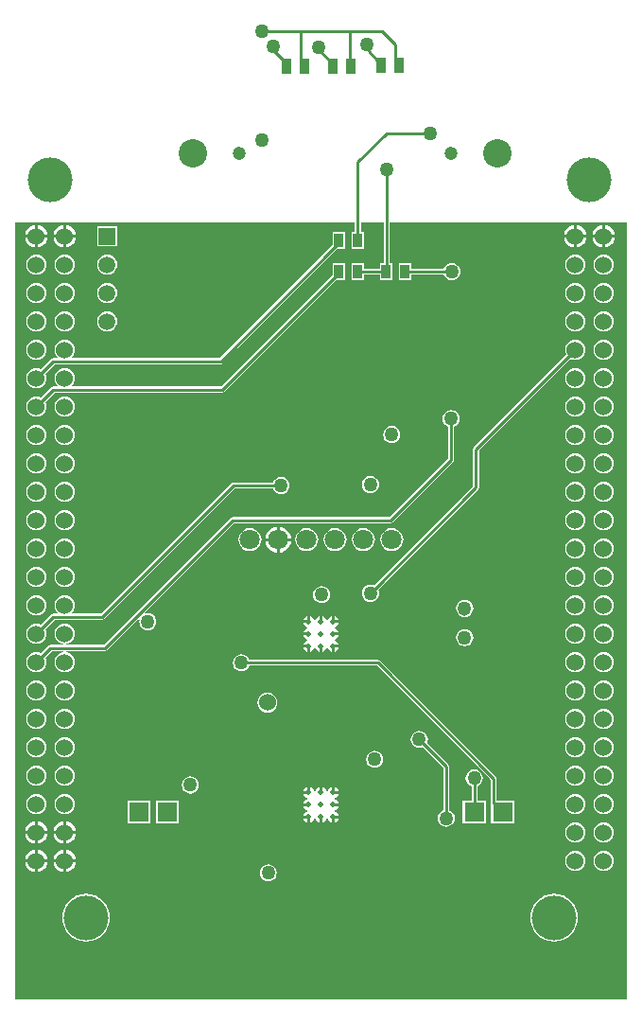
<source format=gbr>
G04 Layer_Physical_Order=1*
G04 Layer_Color=255*
%FSLAX26Y26*%
%MOIN*%
%TF.FileFunction,Copper,L1,Top,Signal*%
%TF.Part,Single*%
G01*
G75*
%TA.AperFunction,SMDPad,CuDef*%
%ADD10R,0.037402X0.053150*%
%ADD11R,0.033465X0.051181*%
%TA.AperFunction,Conductor*%
%ADD12C,0.010000*%
%TA.AperFunction,ComponentPad*%
%ADD13C,0.157480*%
%ADD14C,0.060000*%
%TA.AperFunction,ViaPad*%
%ADD15C,0.060000*%
%TA.AperFunction,ComponentPad*%
%ADD16C,0.100000*%
%ADD17C,0.047000*%
%ADD18R,0.059055X0.059055*%
%ADD19C,0.059055*%
%ADD20R,0.070866X0.070866*%
%ADD21C,0.070866*%
%TA.AperFunction,ViaPad*%
%ADD22C,0.050000*%
%ADD23C,0.019685*%
G36*
X1023268Y50000D02*
Y15591D01*
X1011732D01*
Y-45590D01*
X1055197D01*
Y15591D01*
X1043660D01*
Y50000D01*
X1124804D01*
Y-94409D01*
X1110492D01*
Y-114804D01*
X1055197D01*
Y-94409D01*
X1011732D01*
Y-155590D01*
X1055197D01*
Y-135196D01*
X1110492D01*
Y-155590D01*
X1153957D01*
Y-94409D01*
X1145196D01*
Y50000D01*
X1981000Y50000D01*
X1980999Y-2689001D01*
X-174243Y-2688999D01*
X-174243Y50000D01*
X1023268Y50000D01*
D02*
G37*
%LPC*%
G36*
X1800000Y-1664698D02*
X1790863Y-1665901D01*
X1782349Y-1669428D01*
X1775038Y-1675038D01*
X1769428Y-1682349D01*
X1765901Y-1690863D01*
X1764698Y-1700000D01*
X1765901Y-1709137D01*
X1769428Y-1717651D01*
X1775038Y-1724962D01*
X1782349Y-1730572D01*
X1790863Y-1734099D01*
X1800000Y-1735302D01*
X1809137Y-1734099D01*
X1817651Y-1730572D01*
X1824962Y-1724962D01*
X1830572Y-1717651D01*
X1834099Y-1709137D01*
X1835302Y-1700000D01*
X1834099Y-1690863D01*
X1830572Y-1682349D01*
X1824962Y-1675038D01*
X1817651Y-1669428D01*
X1809137Y-1665901D01*
X1800000Y-1664698D01*
D02*
G37*
G36*
X1900000D02*
X1890863Y-1665901D01*
X1882349Y-1669428D01*
X1875038Y-1675038D01*
X1869428Y-1682349D01*
X1865901Y-1690863D01*
X1864698Y-1700000D01*
X1865901Y-1709137D01*
X1869428Y-1717651D01*
X1875038Y-1724962D01*
X1882349Y-1730572D01*
X1890863Y-1734099D01*
X1900000Y-1735302D01*
X1909137Y-1734099D01*
X1917651Y-1730572D01*
X1924962Y-1724962D01*
X1930572Y-1717651D01*
X1934099Y-1709137D01*
X1935302Y-1700000D01*
X1934099Y-1690863D01*
X1930572Y-1682349D01*
X1924962Y-1675038D01*
X1917651Y-1669428D01*
X1909137Y-1665901D01*
X1900000Y-1664698D01*
D02*
G37*
G36*
X-100000D02*
X-109137Y-1665901D01*
X-117651Y-1669428D01*
X-124962Y-1675038D01*
X-130572Y-1682349D01*
X-134099Y-1690863D01*
X-135302Y-1700000D01*
X-134099Y-1709137D01*
X-130572Y-1717651D01*
X-124962Y-1724962D01*
X-117651Y-1730572D01*
X-109137Y-1734099D01*
X-100000Y-1735302D01*
X-90863Y-1734099D01*
X-82349Y-1730572D01*
X-75038Y-1724962D01*
X-69428Y-1717651D01*
X-65901Y-1709137D01*
X-64698Y-1700000D01*
X-65901Y-1690863D01*
X-69428Y-1682349D01*
X-75038Y-1675038D01*
X-82349Y-1669428D01*
X-90863Y-1665901D01*
X-100000Y-1664698D01*
D02*
G37*
G36*
X0D02*
X-9137Y-1665901D01*
X-17651Y-1669428D01*
X-24962Y-1675038D01*
X-30572Y-1682349D01*
X-34099Y-1690863D01*
X-35302Y-1700000D01*
X-34099Y-1709137D01*
X-30572Y-1717651D01*
X-24962Y-1724962D01*
X-17651Y-1730572D01*
X-9137Y-1734099D01*
X0Y-1735302D01*
X9137Y-1734099D01*
X17651Y-1730572D01*
X24962Y-1724962D01*
X30572Y-1717651D01*
X34099Y-1709137D01*
X35302Y-1700000D01*
X34099Y-1690863D01*
X30572Y-1682349D01*
X24962Y-1675038D01*
X17651Y-1669428D01*
X9137Y-1665901D01*
X0Y-1664698D01*
D02*
G37*
G36*
X714614Y-1607698D02*
X705477Y-1608901D01*
X696963Y-1612427D01*
X689652Y-1618037D01*
X684042Y-1625349D01*
X680515Y-1633863D01*
X679312Y-1643000D01*
X680515Y-1652137D01*
X684042Y-1660651D01*
X689652Y-1667962D01*
X696963Y-1673572D01*
X705477Y-1677099D01*
X714614Y-1678302D01*
X723751Y-1677099D01*
X732265Y-1673572D01*
X739577Y-1667962D01*
X745187Y-1660651D01*
X748713Y-1652137D01*
X749916Y-1643000D01*
X748713Y-1633863D01*
X745187Y-1625349D01*
X739577Y-1618037D01*
X732265Y-1612427D01*
X723751Y-1608901D01*
X714614Y-1607698D01*
D02*
G37*
G36*
X1800000Y-1564698D02*
X1790863Y-1565901D01*
X1782349Y-1569428D01*
X1775038Y-1575038D01*
X1769428Y-1582349D01*
X1765901Y-1590863D01*
X1764698Y-1600000D01*
X1765901Y-1609137D01*
X1769428Y-1617651D01*
X1775038Y-1624962D01*
X1782349Y-1630572D01*
X1790863Y-1634099D01*
X1800000Y-1635302D01*
X1809137Y-1634099D01*
X1817651Y-1630572D01*
X1824962Y-1624962D01*
X1830572Y-1617651D01*
X1834099Y-1609137D01*
X1835302Y-1600000D01*
X1834099Y-1590863D01*
X1830572Y-1582349D01*
X1824962Y-1575038D01*
X1817651Y-1569428D01*
X1809137Y-1565901D01*
X1800000Y-1564698D01*
D02*
G37*
G36*
X1900000D02*
X1890863Y-1565901D01*
X1882349Y-1569428D01*
X1875038Y-1575038D01*
X1869428Y-1582349D01*
X1865901Y-1590863D01*
X1864698Y-1600000D01*
X1865901Y-1609137D01*
X1869428Y-1617651D01*
X1875038Y-1624962D01*
X1882349Y-1630572D01*
X1890863Y-1634099D01*
X1900000Y-1635302D01*
X1909137Y-1634099D01*
X1917651Y-1630572D01*
X1924962Y-1624962D01*
X1930572Y-1617651D01*
X1934099Y-1609137D01*
X1935302Y-1600000D01*
X1934099Y-1590863D01*
X1930572Y-1582349D01*
X1924962Y-1575038D01*
X1917651Y-1569428D01*
X1909137Y-1565901D01*
X1900000Y-1564698D01*
D02*
G37*
G36*
X-100000D02*
X-109137Y-1565901D01*
X-117651Y-1569428D01*
X-124962Y-1575038D01*
X-130572Y-1582349D01*
X-134099Y-1590863D01*
X-135302Y-1600000D01*
X-134099Y-1609137D01*
X-130572Y-1617651D01*
X-124962Y-1624962D01*
X-117651Y-1630572D01*
X-109137Y-1634099D01*
X-100000Y-1635302D01*
X-90863Y-1634099D01*
X-82349Y-1630572D01*
X-75038Y-1624962D01*
X-69428Y-1617651D01*
X-65901Y-1609137D01*
X-64698Y-1600000D01*
X-65901Y-1590863D01*
X-69428Y-1582349D01*
X-75038Y-1575038D01*
X-82349Y-1569428D01*
X-90863Y-1565901D01*
X-100000Y-1564698D01*
D02*
G37*
G36*
X0D02*
X-9137Y-1565901D01*
X-17651Y-1569428D01*
X-24962Y-1575038D01*
X-30572Y-1582349D01*
X-34099Y-1590863D01*
X-35302Y-1600000D01*
X-34099Y-1609137D01*
X-30572Y-1617651D01*
X-24962Y-1624962D01*
X-17651Y-1630572D01*
X-9137Y-1634099D01*
X0Y-1635302D01*
X9137Y-1634099D01*
X17651Y-1630572D01*
X24962Y-1624962D01*
X30572Y-1617651D01*
X34099Y-1609137D01*
X35302Y-1600000D01*
X34099Y-1590863D01*
X30572Y-1582349D01*
X24962Y-1575038D01*
X17651Y-1569428D01*
X9137Y-1565901D01*
X0Y-1564698D01*
D02*
G37*
G36*
X1800000Y-1864698D02*
X1790863Y-1865901D01*
X1782349Y-1869428D01*
X1775038Y-1875038D01*
X1769428Y-1882349D01*
X1765901Y-1890863D01*
X1764698Y-1900000D01*
X1765901Y-1909137D01*
X1769428Y-1917651D01*
X1775038Y-1924962D01*
X1782349Y-1930572D01*
X1790863Y-1934099D01*
X1800000Y-1935302D01*
X1809137Y-1934099D01*
X1817651Y-1930572D01*
X1824962Y-1924962D01*
X1830572Y-1917651D01*
X1834099Y-1909137D01*
X1835302Y-1900000D01*
X1834099Y-1890863D01*
X1830572Y-1882349D01*
X1824962Y-1875038D01*
X1817651Y-1869428D01*
X1809137Y-1865901D01*
X1800000Y-1864698D01*
D02*
G37*
G36*
X1900000D02*
X1890863Y-1865901D01*
X1882349Y-1869428D01*
X1875038Y-1875038D01*
X1869428Y-1882349D01*
X1865901Y-1890863D01*
X1864698Y-1900000D01*
X1865901Y-1909137D01*
X1869428Y-1917651D01*
X1875038Y-1924962D01*
X1882349Y-1930572D01*
X1890863Y-1934099D01*
X1900000Y-1935302D01*
X1909137Y-1934099D01*
X1917651Y-1930572D01*
X1924962Y-1924962D01*
X1930572Y-1917651D01*
X1934099Y-1909137D01*
X1935302Y-1900000D01*
X1934099Y-1890863D01*
X1930572Y-1882349D01*
X1924962Y-1875038D01*
X1917651Y-1869428D01*
X1909137Y-1865901D01*
X1900000Y-1864698D01*
D02*
G37*
G36*
X-100000D02*
X-109137Y-1865901D01*
X-117651Y-1869428D01*
X-124962Y-1875038D01*
X-130572Y-1882349D01*
X-134099Y-1890863D01*
X-135302Y-1900000D01*
X-134099Y-1909137D01*
X-130572Y-1917651D01*
X-124962Y-1924962D01*
X-117651Y-1930572D01*
X-109137Y-1934099D01*
X-100000Y-1935302D01*
X-90863Y-1934099D01*
X-82349Y-1930572D01*
X-75038Y-1924962D01*
X-69428Y-1917651D01*
X-65901Y-1909137D01*
X-64698Y-1900000D01*
X-65901Y-1890863D01*
X-69428Y-1882349D01*
X-75038Y-1875038D01*
X-82349Y-1869428D01*
X-90863Y-1865901D01*
X-100000Y-1864698D01*
D02*
G37*
G36*
X0D02*
X-9137Y-1865901D01*
X-17651Y-1869428D01*
X-24962Y-1875038D01*
X-30572Y-1882349D01*
X-34099Y-1890863D01*
X-35302Y-1900000D01*
X-34099Y-1909137D01*
X-30572Y-1917651D01*
X-24962Y-1924962D01*
X-17651Y-1930572D01*
X-9137Y-1934099D01*
X0Y-1935302D01*
X9137Y-1934099D01*
X17651Y-1930572D01*
X24962Y-1924962D01*
X30572Y-1917651D01*
X34099Y-1909137D01*
X35302Y-1900000D01*
X34099Y-1890863D01*
X30572Y-1882349D01*
X24962Y-1875038D01*
X17651Y-1869428D01*
X9137Y-1865901D01*
X0Y-1864698D01*
D02*
G37*
G36*
X1093000Y-1812741D02*
X1085169Y-1813772D01*
X1077871Y-1816795D01*
X1071604Y-1821603D01*
X1066795Y-1827870D01*
X1063772Y-1835168D01*
X1062741Y-1843000D01*
X1063772Y-1850831D01*
X1066795Y-1858129D01*
X1071604Y-1864396D01*
X1077871Y-1869205D01*
X1085169Y-1872228D01*
X1093000Y-1873259D01*
X1100832Y-1872228D01*
X1108130Y-1869205D01*
X1114397Y-1864396D01*
X1119205Y-1858129D01*
X1122228Y-1850831D01*
X1123259Y-1843000D01*
X1122228Y-1835168D01*
X1119205Y-1827870D01*
X1114397Y-1821603D01*
X1108130Y-1816795D01*
X1100832Y-1813772D01*
X1093000Y-1812741D01*
D02*
G37*
G36*
X1800000Y-1764698D02*
X1790863Y-1765901D01*
X1782349Y-1769428D01*
X1775038Y-1775038D01*
X1769428Y-1782349D01*
X1765901Y-1790863D01*
X1764698Y-1800000D01*
X1765901Y-1809137D01*
X1769428Y-1817651D01*
X1775038Y-1824962D01*
X1782349Y-1830572D01*
X1790863Y-1834099D01*
X1800000Y-1835302D01*
X1809137Y-1834099D01*
X1817651Y-1830572D01*
X1824962Y-1824962D01*
X1830572Y-1817651D01*
X1834099Y-1809137D01*
X1835302Y-1800000D01*
X1834099Y-1790863D01*
X1830572Y-1782349D01*
X1824962Y-1775038D01*
X1817651Y-1769428D01*
X1809137Y-1765901D01*
X1800000Y-1764698D01*
D02*
G37*
G36*
X1900000D02*
X1890863Y-1765901D01*
X1882349Y-1769428D01*
X1875038Y-1775038D01*
X1869428Y-1782349D01*
X1865901Y-1790863D01*
X1864698Y-1800000D01*
X1865901Y-1809137D01*
X1869428Y-1817651D01*
X1875038Y-1824962D01*
X1882349Y-1830572D01*
X1890863Y-1834099D01*
X1900000Y-1835302D01*
X1909137Y-1834099D01*
X1917651Y-1830572D01*
X1924962Y-1824962D01*
X1930572Y-1817651D01*
X1934099Y-1809137D01*
X1935302Y-1800000D01*
X1934099Y-1790863D01*
X1930572Y-1782349D01*
X1924962Y-1775038D01*
X1917651Y-1769428D01*
X1909137Y-1765901D01*
X1900000Y-1764698D01*
D02*
G37*
G36*
X-100000D02*
X-109137Y-1765901D01*
X-117651Y-1769428D01*
X-124962Y-1775038D01*
X-130572Y-1782349D01*
X-134099Y-1790863D01*
X-135302Y-1800000D01*
X-134099Y-1809137D01*
X-130572Y-1817651D01*
X-124962Y-1824962D01*
X-117651Y-1830572D01*
X-109137Y-1834099D01*
X-100000Y-1835302D01*
X-90863Y-1834099D01*
X-82349Y-1830572D01*
X-75038Y-1824962D01*
X-69428Y-1817651D01*
X-65901Y-1809137D01*
X-64698Y-1800000D01*
X-65901Y-1790863D01*
X-69428Y-1782349D01*
X-75038Y-1775038D01*
X-82349Y-1769428D01*
X-90863Y-1765901D01*
X-100000Y-1764698D01*
D02*
G37*
G36*
X0D02*
X-9137Y-1765901D01*
X-17651Y-1769428D01*
X-24962Y-1775038D01*
X-30572Y-1782349D01*
X-34099Y-1790863D01*
X-35302Y-1800000D01*
X-34099Y-1809137D01*
X-30572Y-1817651D01*
X-24962Y-1824962D01*
X-17651Y-1830572D01*
X-9137Y-1834099D01*
X0Y-1835302D01*
X9137Y-1834099D01*
X17651Y-1830572D01*
X24962Y-1824962D01*
X30572Y-1817651D01*
X34099Y-1809137D01*
X35302Y-1800000D01*
X34099Y-1790863D01*
X30572Y-1782349D01*
X24962Y-1775038D01*
X17651Y-1769428D01*
X9137Y-1765901D01*
X0Y-1764698D01*
D02*
G37*
G36*
X1800000Y-1464698D02*
X1790863Y-1465901D01*
X1782349Y-1469428D01*
X1775038Y-1475038D01*
X1769428Y-1482349D01*
X1765901Y-1490863D01*
X1764698Y-1500000D01*
X1765901Y-1509137D01*
X1769428Y-1517651D01*
X1775038Y-1524962D01*
X1782349Y-1530572D01*
X1790863Y-1534099D01*
X1800000Y-1535302D01*
X1809137Y-1534099D01*
X1817651Y-1530572D01*
X1824962Y-1524962D01*
X1830572Y-1517651D01*
X1834099Y-1509137D01*
X1835302Y-1500000D01*
X1834099Y-1490863D01*
X1830572Y-1482349D01*
X1824962Y-1475038D01*
X1817651Y-1469428D01*
X1809137Y-1465901D01*
X1800000Y-1464698D01*
D02*
G37*
G36*
X-100000Y-1264698D02*
X-109137Y-1265901D01*
X-117651Y-1269428D01*
X-124962Y-1275038D01*
X-130572Y-1282349D01*
X-134099Y-1290863D01*
X-135302Y-1300000D01*
X-134099Y-1309137D01*
X-130572Y-1317651D01*
X-124962Y-1324962D01*
X-117651Y-1330572D01*
X-109137Y-1334099D01*
X-100000Y-1335302D01*
X-90863Y-1334099D01*
X-82349Y-1330572D01*
X-75038Y-1324962D01*
X-69428Y-1317651D01*
X-65901Y-1309137D01*
X-64698Y-1300000D01*
X-65901Y-1290863D01*
X-69428Y-1282349D01*
X-75038Y-1275038D01*
X-82349Y-1269428D01*
X-90863Y-1265901D01*
X-100000Y-1264698D01*
D02*
G37*
G36*
X1800000D02*
X1790863Y-1265901D01*
X1782349Y-1269428D01*
X1775038Y-1275038D01*
X1769428Y-1282349D01*
X1765901Y-1290863D01*
X1764698Y-1300000D01*
X1765901Y-1309137D01*
X1769428Y-1317651D01*
X1775038Y-1324962D01*
X1782349Y-1330572D01*
X1790863Y-1334099D01*
X1800000Y-1335302D01*
X1809137Y-1334099D01*
X1817651Y-1330572D01*
X1824962Y-1324962D01*
X1830572Y-1317651D01*
X1834099Y-1309137D01*
X1835302Y-1300000D01*
X1834099Y-1290863D01*
X1830572Y-1282349D01*
X1824962Y-1275038D01*
X1817651Y-1269428D01*
X1809137Y-1265901D01*
X1800000Y-1264698D01*
D02*
G37*
G36*
X941307Y-1338637D02*
X938565Y-1339183D01*
X932001Y-1343568D01*
X927616Y-1350132D01*
X927202Y-1352210D01*
X922105D01*
X921691Y-1350132D01*
X917306Y-1343568D01*
X910742Y-1339183D01*
X908000Y-1338637D01*
Y-1357874D01*
X898000D01*
Y-1338637D01*
X895258Y-1339183D01*
X888694Y-1343568D01*
X884309Y-1350132D01*
X883895Y-1352210D01*
X878798D01*
X878384Y-1350132D01*
X873999Y-1343568D01*
X867435Y-1339183D01*
X864693Y-1338637D01*
Y-1357874D01*
X859693D01*
Y-1362874D01*
X840456D01*
X841002Y-1365616D01*
X845387Y-1372179D01*
X851951Y-1376565D01*
X854029Y-1376978D01*
Y-1382076D01*
X851951Y-1382490D01*
X845387Y-1386875D01*
X841002Y-1393439D01*
X840456Y-1396181D01*
X859693D01*
Y-1406181D01*
X840456D01*
X841002Y-1408923D01*
X845387Y-1415487D01*
X851951Y-1419872D01*
X854029Y-1420286D01*
Y-1425383D01*
X851951Y-1425797D01*
X845387Y-1430182D01*
X841002Y-1436746D01*
X840456Y-1439488D01*
X859693D01*
Y-1444488D01*
X864693D01*
Y-1463725D01*
X867435Y-1463179D01*
X873999Y-1458794D01*
X878384Y-1452230D01*
X878798Y-1450152D01*
X883895D01*
X884309Y-1452230D01*
X888694Y-1458794D01*
X895258Y-1463179D01*
X898000Y-1463725D01*
Y-1444488D01*
X908000D01*
Y-1463725D01*
X910742Y-1463179D01*
X917306Y-1458794D01*
X921691Y-1452230D01*
X922105Y-1450152D01*
X927202D01*
X927616Y-1452230D01*
X932001Y-1458794D01*
X938565Y-1463179D01*
X941307Y-1463725D01*
Y-1444488D01*
X946307D01*
Y-1439488D01*
X965544D01*
X964998Y-1436746D01*
X960613Y-1430182D01*
X954049Y-1425797D01*
X951971Y-1425383D01*
Y-1420286D01*
X954049Y-1419872D01*
X960613Y-1415487D01*
X964998Y-1408923D01*
X965544Y-1406181D01*
X946307D01*
Y-1396181D01*
X965544D01*
X964998Y-1393439D01*
X960613Y-1386875D01*
X954049Y-1382490D01*
X951971Y-1382076D01*
Y-1376978D01*
X954049Y-1376565D01*
X960613Y-1372179D01*
X964998Y-1365616D01*
X965544Y-1362874D01*
X946307D01*
Y-1357874D01*
X941307D01*
Y-1338637D01*
D02*
G37*
G36*
X1410000Y-1280741D02*
X1402168Y-1281772D01*
X1394871Y-1284795D01*
X1388604Y-1289604D01*
X1383795Y-1295871D01*
X1380772Y-1303168D01*
X1379741Y-1311000D01*
X1380772Y-1318832D01*
X1383795Y-1326129D01*
X1388604Y-1332396D01*
X1394871Y-1337205D01*
X1402168Y-1340228D01*
X1410000Y-1341259D01*
X1417832Y-1340228D01*
X1425129Y-1337205D01*
X1431396Y-1332396D01*
X1436205Y-1326129D01*
X1439228Y-1318832D01*
X1440259Y-1311000D01*
X1439228Y-1303168D01*
X1436205Y-1295871D01*
X1431396Y-1289604D01*
X1425129Y-1284795D01*
X1417832Y-1281772D01*
X1410000Y-1280741D01*
D02*
G37*
G36*
X1900000Y-1264698D02*
X1890863Y-1265901D01*
X1882349Y-1269428D01*
X1875038Y-1275038D01*
X1869428Y-1282349D01*
X1865901Y-1290863D01*
X1864698Y-1300000D01*
X1865901Y-1309137D01*
X1869428Y-1317651D01*
X1875038Y-1324962D01*
X1882349Y-1330572D01*
X1890863Y-1334099D01*
X1900000Y-1335302D01*
X1909137Y-1334099D01*
X1917651Y-1330572D01*
X1924962Y-1324962D01*
X1930572Y-1317651D01*
X1934099Y-1309137D01*
X1935302Y-1300000D01*
X1934099Y-1290863D01*
X1930572Y-1282349D01*
X1924962Y-1275038D01*
X1917651Y-1269428D01*
X1909137Y-1265901D01*
X1900000Y-1264698D01*
D02*
G37*
G36*
X0Y-1164698D02*
X-9137Y-1165901D01*
X-17651Y-1169428D01*
X-24962Y-1175038D01*
X-30572Y-1182349D01*
X-34099Y-1190863D01*
X-35302Y-1200000D01*
X-34099Y-1209137D01*
X-30572Y-1217651D01*
X-24962Y-1224962D01*
X-17651Y-1230572D01*
X-9137Y-1234099D01*
X0Y-1235302D01*
X9137Y-1234099D01*
X17651Y-1230572D01*
X24962Y-1224962D01*
X30572Y-1217651D01*
X34099Y-1209137D01*
X35302Y-1200000D01*
X34099Y-1190863D01*
X30572Y-1182349D01*
X24962Y-1175038D01*
X17651Y-1169428D01*
X9137Y-1165901D01*
X0Y-1164698D01*
D02*
G37*
G36*
X1800000D02*
X1790863Y-1165901D01*
X1782349Y-1169428D01*
X1775038Y-1175038D01*
X1769428Y-1182349D01*
X1765901Y-1190863D01*
X1764698Y-1200000D01*
X1765901Y-1209137D01*
X1769428Y-1217651D01*
X1775038Y-1224962D01*
X1782349Y-1230572D01*
X1790863Y-1234099D01*
X1800000Y-1235302D01*
X1809137Y-1234099D01*
X1817651Y-1230572D01*
X1824962Y-1224962D01*
X1830572Y-1217651D01*
X1834099Y-1209137D01*
X1835302Y-1200000D01*
X1834099Y-1190863D01*
X1830572Y-1182349D01*
X1824962Y-1175038D01*
X1817651Y-1169428D01*
X1809137Y-1165901D01*
X1800000Y-1164698D01*
D02*
G37*
G36*
X906000Y-1232741D02*
X898169Y-1233772D01*
X890871Y-1236795D01*
X884604Y-1241603D01*
X879795Y-1247870D01*
X876772Y-1255168D01*
X875741Y-1263000D01*
X876772Y-1270831D01*
X879795Y-1278129D01*
X884604Y-1284396D01*
X890871Y-1289205D01*
X898169Y-1292228D01*
X906000Y-1293259D01*
X913832Y-1292228D01*
X921130Y-1289205D01*
X927396Y-1284396D01*
X932205Y-1278129D01*
X935228Y-1270831D01*
X936259Y-1263000D01*
X935228Y-1255168D01*
X932205Y-1247870D01*
X927396Y-1241603D01*
X921130Y-1236795D01*
X913832Y-1233772D01*
X906000Y-1232741D01*
D02*
G37*
G36*
X-100000Y-1164698D02*
X-109137Y-1165901D01*
X-117651Y-1169428D01*
X-124962Y-1175038D01*
X-130572Y-1182349D01*
X-134099Y-1190863D01*
X-135302Y-1200000D01*
X-134099Y-1209137D01*
X-130572Y-1217651D01*
X-124962Y-1224962D01*
X-117651Y-1230572D01*
X-109137Y-1234099D01*
X-100000Y-1235302D01*
X-90863Y-1234099D01*
X-82349Y-1230572D01*
X-75038Y-1224962D01*
X-69428Y-1217651D01*
X-65901Y-1209137D01*
X-64698Y-1200000D01*
X-65901Y-1190863D01*
X-69428Y-1182349D01*
X-75038Y-1175038D01*
X-82349Y-1169428D01*
X-90863Y-1165901D01*
X-100000Y-1164698D01*
D02*
G37*
G36*
X965544Y-1449488D02*
X951307D01*
Y-1463725D01*
X954049Y-1463179D01*
X960613Y-1458794D01*
X964998Y-1452230D01*
X965544Y-1449488D01*
D02*
G37*
G36*
X1410000Y-1383741D02*
X1402168Y-1384772D01*
X1394871Y-1387795D01*
X1388604Y-1392604D01*
X1383795Y-1398871D01*
X1380772Y-1406168D01*
X1379741Y-1414000D01*
X1380772Y-1421832D01*
X1383795Y-1429129D01*
X1388604Y-1435396D01*
X1394871Y-1440205D01*
X1402168Y-1443228D01*
X1410000Y-1444259D01*
X1417832Y-1443228D01*
X1425129Y-1440205D01*
X1431396Y-1435396D01*
X1436205Y-1429129D01*
X1439228Y-1421832D01*
X1440259Y-1414000D01*
X1439228Y-1406168D01*
X1436205Y-1398871D01*
X1431396Y-1392604D01*
X1425129Y-1387795D01*
X1417832Y-1384772D01*
X1410000Y-1383741D01*
D02*
G37*
G36*
X1900000Y-1464698D02*
X1890863Y-1465901D01*
X1882349Y-1469428D01*
X1875038Y-1475038D01*
X1869428Y-1482349D01*
X1865901Y-1490863D01*
X1864698Y-1500000D01*
X1865901Y-1509137D01*
X1869428Y-1517651D01*
X1875038Y-1524962D01*
X1882349Y-1530572D01*
X1890863Y-1534099D01*
X1900000Y-1535302D01*
X1909137Y-1534099D01*
X1917651Y-1530572D01*
X1924962Y-1524962D01*
X1930572Y-1517651D01*
X1934099Y-1509137D01*
X1935302Y-1500000D01*
X1934099Y-1490863D01*
X1930572Y-1482349D01*
X1924962Y-1475038D01*
X1917651Y-1469428D01*
X1909137Y-1465901D01*
X1900000Y-1464698D01*
D02*
G37*
G36*
X854693Y-1449488D02*
X840456D01*
X841002Y-1452230D01*
X845387Y-1458794D01*
X851951Y-1463179D01*
X854693Y-1463725D01*
Y-1449488D01*
D02*
G37*
G36*
X1800000Y-1364698D02*
X1790863Y-1365901D01*
X1782349Y-1369428D01*
X1775038Y-1375038D01*
X1769428Y-1382349D01*
X1765901Y-1390863D01*
X1764698Y-1400000D01*
X1765901Y-1409137D01*
X1769428Y-1417651D01*
X1775038Y-1424962D01*
X1782349Y-1430572D01*
X1790863Y-1434099D01*
X1800000Y-1435302D01*
X1809137Y-1434099D01*
X1817651Y-1430572D01*
X1824962Y-1424962D01*
X1830572Y-1417651D01*
X1834099Y-1409137D01*
X1835302Y-1400000D01*
X1834099Y-1390863D01*
X1830572Y-1382349D01*
X1824962Y-1375038D01*
X1817651Y-1369428D01*
X1809137Y-1365901D01*
X1800000Y-1364698D01*
D02*
G37*
G36*
X854693Y-1338637D02*
X851951Y-1339183D01*
X845387Y-1343568D01*
X841002Y-1350132D01*
X840456Y-1352874D01*
X854693D01*
Y-1338637D01*
D02*
G37*
G36*
X951307D02*
Y-1352874D01*
X965544D01*
X964998Y-1350132D01*
X960613Y-1343568D01*
X954049Y-1339183D01*
X951307Y-1338637D01*
D02*
G37*
G36*
X1900000Y-1364698D02*
X1890863Y-1365901D01*
X1882349Y-1369428D01*
X1875038Y-1375038D01*
X1869428Y-1382349D01*
X1865901Y-1390863D01*
X1864698Y-1400000D01*
X1865901Y-1409137D01*
X1869428Y-1417651D01*
X1875038Y-1424962D01*
X1882349Y-1430572D01*
X1890863Y-1434099D01*
X1900000Y-1435302D01*
X1909137Y-1434099D01*
X1917651Y-1430572D01*
X1924962Y-1424962D01*
X1930572Y-1417651D01*
X1934099Y-1409137D01*
X1935302Y-1400000D01*
X1934099Y-1390863D01*
X1930572Y-1382349D01*
X1924962Y-1375038D01*
X1917651Y-1369428D01*
X1909137Y-1365901D01*
X1900000Y-1364698D01*
D02*
G37*
G36*
X1362688Y-612339D02*
X1354857Y-613370D01*
X1347559Y-616393D01*
X1341292Y-621202D01*
X1336483Y-627469D01*
X1333460Y-634766D01*
X1332429Y-642598D01*
X1333460Y-650430D01*
X1336483Y-657728D01*
X1341292Y-663994D01*
X1347559Y-668803D01*
X1352492Y-670847D01*
Y-783088D01*
X1145777Y-989804D01*
X593000D01*
X589098Y-990580D01*
X585791Y-992790D01*
X138777Y-1439804D01*
X4110D01*
X3782Y-1434804D01*
X9137Y-1434099D01*
X17651Y-1430572D01*
X24962Y-1424962D01*
X30572Y-1417651D01*
X34099Y-1409137D01*
X35302Y-1400000D01*
X34099Y-1390863D01*
X30572Y-1382349D01*
X24962Y-1375038D01*
X17651Y-1369428D01*
X9137Y-1365901D01*
X0Y-1364698D01*
X-9137Y-1365901D01*
X-17651Y-1369428D01*
X-24962Y-1375038D01*
X-30572Y-1382349D01*
X-34099Y-1390863D01*
X-35302Y-1400000D01*
X-34099Y-1409137D01*
X-30572Y-1417651D01*
X-24962Y-1424962D01*
X-17651Y-1430572D01*
X-9137Y-1434099D01*
X-3782Y-1434804D01*
X-4110Y-1439804D01*
X-50000D01*
X-53902Y-1440580D01*
X-57210Y-1442790D01*
X-83408Y-1468989D01*
X-90863Y-1465901D01*
X-100000Y-1464698D01*
X-109137Y-1465901D01*
X-117651Y-1469428D01*
X-124962Y-1475038D01*
X-130572Y-1482349D01*
X-134099Y-1490863D01*
X-135302Y-1500000D01*
X-134099Y-1509137D01*
X-130572Y-1517651D01*
X-124962Y-1524962D01*
X-117651Y-1530572D01*
X-109137Y-1534099D01*
X-100000Y-1535302D01*
X-90863Y-1534099D01*
X-82349Y-1530572D01*
X-75038Y-1524962D01*
X-69428Y-1517651D01*
X-65901Y-1509137D01*
X-64698Y-1500000D01*
X-65901Y-1490863D01*
X-68989Y-1483408D01*
X-45777Y-1460196D01*
X-4110D01*
X-3782Y-1465196D01*
X-9137Y-1465901D01*
X-17651Y-1469428D01*
X-24962Y-1475038D01*
X-30572Y-1482349D01*
X-34099Y-1490863D01*
X-35302Y-1500000D01*
X-34099Y-1509137D01*
X-30572Y-1517651D01*
X-24962Y-1524962D01*
X-17651Y-1530572D01*
X-9137Y-1534099D01*
X0Y-1535302D01*
X9137Y-1534099D01*
X17651Y-1530572D01*
X24962Y-1524962D01*
X30572Y-1517651D01*
X34099Y-1509137D01*
X35302Y-1500000D01*
X34099Y-1490863D01*
X30572Y-1482349D01*
X24962Y-1475038D01*
X17651Y-1469428D01*
X9137Y-1465901D01*
X3782Y-1465196D01*
X4110Y-1460196D01*
X143000D01*
X146902Y-1459420D01*
X150210Y-1457210D01*
X259153Y-1348266D01*
X261984Y-1349355D01*
X263670Y-1350821D01*
X262741Y-1357874D01*
X263772Y-1365705D01*
X266795Y-1373003D01*
X271604Y-1379270D01*
X277871Y-1384079D01*
X285169Y-1387102D01*
X293000Y-1388133D01*
X300832Y-1387102D01*
X308130Y-1384079D01*
X314397Y-1379270D01*
X319205Y-1373003D01*
X322228Y-1365705D01*
X323259Y-1357874D01*
X322228Y-1350042D01*
X319205Y-1342744D01*
X314397Y-1336477D01*
X308130Y-1331669D01*
X300832Y-1328646D01*
X293000Y-1327615D01*
X285947Y-1328543D01*
X284481Y-1326858D01*
X283393Y-1324026D01*
X597223Y-1010196D01*
X1150000D01*
X1153902Y-1009420D01*
X1157210Y-1007210D01*
X1369898Y-794521D01*
X1372108Y-791214D01*
X1372884Y-787312D01*
Y-670847D01*
X1377818Y-668803D01*
X1384084Y-663994D01*
X1388893Y-657728D01*
X1391916Y-650430D01*
X1392947Y-642598D01*
X1391916Y-634766D01*
X1388893Y-627469D01*
X1384084Y-621202D01*
X1377818Y-616393D01*
X1370520Y-613370D01*
X1362688Y-612339D01*
D02*
G37*
G36*
X941307Y-1940456D02*
X938565Y-1941002D01*
X932001Y-1945387D01*
X927616Y-1951951D01*
X927202Y-1954029D01*
X922105D01*
X921691Y-1951951D01*
X917306Y-1945387D01*
X910742Y-1941002D01*
X908000Y-1940456D01*
Y-1959693D01*
X898000D01*
Y-1940456D01*
X895258Y-1941002D01*
X888694Y-1945387D01*
X884309Y-1951951D01*
X883895Y-1954029D01*
X878798D01*
X878384Y-1951951D01*
X873999Y-1945387D01*
X867435Y-1941002D01*
X864693Y-1940456D01*
Y-1959693D01*
X859693D01*
Y-1964693D01*
X840456D01*
X841002Y-1967435D01*
X845387Y-1973998D01*
X851951Y-1978384D01*
X854029Y-1978797D01*
Y-1983895D01*
X851951Y-1984309D01*
X845387Y-1988694D01*
X841002Y-1995258D01*
X840456Y-1998000D01*
X859693D01*
Y-2008000D01*
X840456D01*
X841002Y-2010742D01*
X845387Y-2017306D01*
X851951Y-2021691D01*
X854029Y-2022105D01*
Y-2027203D01*
X851951Y-2027616D01*
X845387Y-2032002D01*
X841002Y-2038565D01*
X840456Y-2041307D01*
X859693D01*
Y-2046307D01*
X864693D01*
Y-2065544D01*
X867435Y-2064998D01*
X873999Y-2060613D01*
X878384Y-2054049D01*
X878798Y-2051971D01*
X883895D01*
X884309Y-2054049D01*
X888694Y-2060613D01*
X895258Y-2064998D01*
X898000Y-2065544D01*
Y-2046307D01*
X908000D01*
Y-2065544D01*
X910742Y-2064998D01*
X917306Y-2060613D01*
X921691Y-2054049D01*
X922105Y-2051971D01*
X927202D01*
X927616Y-2054049D01*
X932001Y-2060613D01*
X938565Y-2064998D01*
X941307Y-2065544D01*
Y-2046307D01*
X946307D01*
Y-2041307D01*
X965544D01*
X964998Y-2038565D01*
X960613Y-2032002D01*
X954049Y-2027616D01*
X951971Y-2027203D01*
Y-2022105D01*
X954049Y-2021691D01*
X960613Y-2017306D01*
X964998Y-2010742D01*
X965544Y-2008000D01*
X946307D01*
Y-1998000D01*
X965544D01*
X964998Y-1995258D01*
X960613Y-1988694D01*
X954049Y-1984309D01*
X951971Y-1983895D01*
Y-1978797D01*
X954049Y-1978384D01*
X960613Y-1973998D01*
X964998Y-1967435D01*
X965544Y-1964693D01*
X946307D01*
Y-1959693D01*
X941307D01*
Y-1940456D01*
D02*
G37*
G36*
X-95000Y-2160313D02*
Y-2195000D01*
X-60313D01*
X-61029Y-2189558D01*
X-65060Y-2179827D01*
X-71472Y-2171472D01*
X-79827Y-2165060D01*
X-89558Y-2161030D01*
X-95000Y-2160313D01*
D02*
G37*
G36*
X5000D02*
Y-2195000D01*
X39687D01*
X38971Y-2189558D01*
X34940Y-2179827D01*
X28528Y-2171472D01*
X20173Y-2165060D01*
X10442Y-2161030D01*
X5000Y-2160313D01*
D02*
G37*
G36*
X-105000Y-2160313D02*
X-110442Y-2161030D01*
X-120173Y-2165060D01*
X-128528Y-2171472D01*
X-134940Y-2179827D01*
X-138970Y-2189558D01*
X-139687Y-2195000D01*
X-105000D01*
Y-2160313D01*
D02*
G37*
G36*
X-5000D02*
X-10442Y-2161030D01*
X-20173Y-2165060D01*
X-28528Y-2171472D01*
X-34940Y-2179827D01*
X-38971Y-2189558D01*
X-39687Y-2195000D01*
X-5000D01*
Y-2160313D01*
D02*
G37*
G36*
X-105000Y-2105000D02*
X-139687D01*
X-138970Y-2110442D01*
X-134940Y-2120173D01*
X-128528Y-2128528D01*
X-120173Y-2134940D01*
X-110442Y-2138970D01*
X-105000Y-2139687D01*
Y-2105000D01*
D02*
G37*
G36*
X39687D02*
X5000D01*
Y-2139687D01*
X10442Y-2138970D01*
X20173Y-2134940D01*
X28528Y-2128528D01*
X34940Y-2120173D01*
X38971Y-2110442D01*
X39687Y-2105000D01*
D02*
G37*
G36*
X1800000Y-2064698D02*
X1790863Y-2065901D01*
X1782349Y-2069428D01*
X1775038Y-2075038D01*
X1769428Y-2082349D01*
X1765901Y-2090863D01*
X1764698Y-2100000D01*
X1765901Y-2109137D01*
X1769428Y-2117651D01*
X1775038Y-2124962D01*
X1782349Y-2130572D01*
X1790863Y-2134099D01*
X1800000Y-2135302D01*
X1809137Y-2134099D01*
X1817651Y-2130572D01*
X1824962Y-2124962D01*
X1830572Y-2117651D01*
X1834099Y-2109137D01*
X1835302Y-2100000D01*
X1834099Y-2090863D01*
X1830572Y-2082349D01*
X1824962Y-2075038D01*
X1817651Y-2069428D01*
X1809137Y-2065901D01*
X1800000Y-2064698D01*
D02*
G37*
G36*
X-5000Y-2105000D02*
X-39687D01*
X-38971Y-2110442D01*
X-34940Y-2120173D01*
X-28528Y-2128528D01*
X-20173Y-2134940D01*
X-10442Y-2138970D01*
X-5000Y-2139687D01*
Y-2105000D01*
D02*
G37*
G36*
X-60313D02*
X-95000D01*
Y-2139687D01*
X-89558Y-2138970D01*
X-79827Y-2134940D01*
X-71472Y-2128528D01*
X-65060Y-2120173D01*
X-61029Y-2110442D01*
X-60313Y-2105000D01*
D02*
G37*
G36*
X717566Y-2212741D02*
X709735Y-2213772D01*
X702437Y-2216795D01*
X696170Y-2221604D01*
X691361Y-2227870D01*
X688338Y-2235168D01*
X687307Y-2243000D01*
X688338Y-2250831D01*
X691361Y-2258129D01*
X696170Y-2264396D01*
X702437Y-2269205D01*
X709735Y-2272228D01*
X717566Y-2273259D01*
X725398Y-2272228D01*
X732696Y-2269205D01*
X738962Y-2264396D01*
X743771Y-2258129D01*
X746794Y-2250831D01*
X747825Y-2243000D01*
X746794Y-2235168D01*
X743771Y-2227870D01*
X738962Y-2221604D01*
X732696Y-2216795D01*
X725398Y-2213772D01*
X717566Y-2212741D01*
D02*
G37*
G36*
X-105000Y-2205000D02*
X-139687D01*
X-138970Y-2210442D01*
X-134940Y-2220173D01*
X-128528Y-2228528D01*
X-120173Y-2234940D01*
X-110442Y-2238970D01*
X-105000Y-2239687D01*
Y-2205000D01*
D02*
G37*
G36*
X75000Y-2315855D02*
X58584Y-2317472D01*
X42799Y-2322260D01*
X28251Y-2330036D01*
X15500Y-2340500D01*
X5036Y-2353251D01*
X-2740Y-2367799D01*
X-7529Y-2383584D01*
X-9145Y-2400000D01*
X-7529Y-2416416D01*
X-2740Y-2432201D01*
X5036Y-2446749D01*
X15500Y-2459500D01*
X28251Y-2469964D01*
X42799Y-2477740D01*
X58584Y-2482528D01*
X75000Y-2484145D01*
X91416Y-2482528D01*
X107201Y-2477740D01*
X121749Y-2469964D01*
X134500Y-2459500D01*
X144964Y-2446749D01*
X152740Y-2432201D01*
X157529Y-2416416D01*
X159145Y-2400000D01*
X157529Y-2383584D01*
X152740Y-2367799D01*
X144964Y-2353251D01*
X134500Y-2340500D01*
X121749Y-2330036D01*
X107201Y-2322260D01*
X91416Y-2317472D01*
X75000Y-2315855D01*
D02*
G37*
G36*
X1725000D02*
X1708584Y-2317472D01*
X1692799Y-2322260D01*
X1678251Y-2330036D01*
X1665500Y-2340500D01*
X1655036Y-2353251D01*
X1647260Y-2367799D01*
X1642472Y-2383584D01*
X1640855Y-2400000D01*
X1642472Y-2416416D01*
X1647260Y-2432201D01*
X1655036Y-2446749D01*
X1665500Y-2459500D01*
X1678251Y-2469964D01*
X1692799Y-2477740D01*
X1708584Y-2482528D01*
X1725000Y-2484145D01*
X1741416Y-2482528D01*
X1757201Y-2477740D01*
X1771749Y-2469964D01*
X1784500Y-2459500D01*
X1794964Y-2446749D01*
X1802740Y-2432201D01*
X1807528Y-2416416D01*
X1809145Y-2400000D01*
X1807528Y-2383584D01*
X1802740Y-2367799D01*
X1794964Y-2353251D01*
X1784500Y-2340500D01*
X1771749Y-2330036D01*
X1757201Y-2322260D01*
X1741416Y-2317472D01*
X1725000Y-2315855D01*
D02*
G37*
G36*
X-5000Y-2205000D02*
X-39687D01*
X-38971Y-2210442D01*
X-34940Y-2220173D01*
X-28528Y-2228528D01*
X-20173Y-2234940D01*
X-10442Y-2238970D01*
X-5000Y-2239687D01*
Y-2205000D01*
D02*
G37*
G36*
X1800000Y-2164698D02*
X1790863Y-2165901D01*
X1782349Y-2169428D01*
X1775038Y-2175038D01*
X1769428Y-2182349D01*
X1765901Y-2190863D01*
X1764698Y-2200000D01*
X1765901Y-2209137D01*
X1769428Y-2217651D01*
X1775038Y-2224962D01*
X1782349Y-2230572D01*
X1790863Y-2234099D01*
X1800000Y-2235302D01*
X1809137Y-2234099D01*
X1817651Y-2230572D01*
X1824962Y-2224962D01*
X1830572Y-2217651D01*
X1834099Y-2209137D01*
X1835302Y-2200000D01*
X1834099Y-2190863D01*
X1830572Y-2182349D01*
X1824962Y-2175038D01*
X1817651Y-2169428D01*
X1809137Y-2165901D01*
X1800000Y-2164698D01*
D02*
G37*
G36*
X1900000D02*
X1890863Y-2165901D01*
X1882349Y-2169428D01*
X1875038Y-2175038D01*
X1869428Y-2182349D01*
X1865901Y-2190863D01*
X1864698Y-2200000D01*
X1865901Y-2209137D01*
X1869428Y-2217651D01*
X1875038Y-2224962D01*
X1882349Y-2230572D01*
X1890863Y-2234099D01*
X1900000Y-2235302D01*
X1909137Y-2234099D01*
X1917651Y-2230572D01*
X1924962Y-2224962D01*
X1930572Y-2217651D01*
X1934099Y-2209137D01*
X1935302Y-2200000D01*
X1934099Y-2190863D01*
X1930572Y-2182349D01*
X1924962Y-2175038D01*
X1917651Y-2169428D01*
X1909137Y-2165901D01*
X1900000Y-2164698D01*
D02*
G37*
G36*
X-60313Y-2205000D02*
X-95000D01*
Y-2239687D01*
X-89558Y-2238970D01*
X-79827Y-2234940D01*
X-71472Y-2228528D01*
X-65060Y-2220173D01*
X-61029Y-2210442D01*
X-60313Y-2205000D01*
D02*
G37*
G36*
X39687D02*
X5000D01*
Y-2239687D01*
X10442Y-2238970D01*
X20173Y-2234940D01*
X28528Y-2228528D01*
X34940Y-2220173D01*
X38971Y-2210442D01*
X39687Y-2205000D01*
D02*
G37*
G36*
X1900000Y-2064698D02*
X1890863Y-2065901D01*
X1882349Y-2069428D01*
X1875038Y-2075038D01*
X1869428Y-2082349D01*
X1865901Y-2090863D01*
X1864698Y-2100000D01*
X1865901Y-2109137D01*
X1869428Y-2117651D01*
X1875038Y-2124962D01*
X1882349Y-2130572D01*
X1890863Y-2134099D01*
X1900000Y-2135302D01*
X1909137Y-2134099D01*
X1917651Y-2130572D01*
X1924962Y-2124962D01*
X1930572Y-2117651D01*
X1934099Y-2109137D01*
X1935302Y-2100000D01*
X1934099Y-2090863D01*
X1930572Y-2082349D01*
X1924962Y-2075038D01*
X1917651Y-2069428D01*
X1909137Y-2065901D01*
X1900000Y-2064698D01*
D02*
G37*
G36*
X-100000Y-1964698D02*
X-109137Y-1965901D01*
X-117651Y-1969428D01*
X-124962Y-1975038D01*
X-130572Y-1982349D01*
X-134099Y-1990863D01*
X-135302Y-2000000D01*
X-134099Y-2009137D01*
X-130572Y-2017651D01*
X-124962Y-2024962D01*
X-117651Y-2030572D01*
X-109137Y-2034099D01*
X-100000Y-2035302D01*
X-90863Y-2034099D01*
X-82349Y-2030572D01*
X-75038Y-2024962D01*
X-69428Y-2017651D01*
X-65901Y-2009137D01*
X-64698Y-2000000D01*
X-65901Y-1990863D01*
X-69428Y-1982349D01*
X-75038Y-1975038D01*
X-82349Y-1969428D01*
X-90863Y-1965901D01*
X-100000Y-1964698D01*
D02*
G37*
G36*
X0D02*
X-9137Y-1965901D01*
X-17651Y-1969428D01*
X-24962Y-1975038D01*
X-30572Y-1982349D01*
X-34099Y-1990863D01*
X-35302Y-2000000D01*
X-34099Y-2009137D01*
X-30572Y-2017651D01*
X-24962Y-2024962D01*
X-17651Y-2030572D01*
X-9137Y-2034099D01*
X0Y-2035302D01*
X9137Y-2034099D01*
X17651Y-2030572D01*
X24962Y-2024962D01*
X30572Y-2017651D01*
X34099Y-2009137D01*
X35302Y-2000000D01*
X34099Y-1990863D01*
X30572Y-1982349D01*
X24962Y-1975038D01*
X17651Y-1969428D01*
X9137Y-1965901D01*
X0Y-1964698D01*
D02*
G37*
G36*
X854693Y-2051307D02*
X840456D01*
X841002Y-2054049D01*
X845387Y-2060613D01*
X851951Y-2064998D01*
X854693Y-2065544D01*
Y-2051307D01*
D02*
G37*
G36*
X965544D02*
X951307D01*
Y-2065544D01*
X954049Y-2064998D01*
X960613Y-2060613D01*
X964998Y-2054049D01*
X965544Y-2051307D01*
D02*
G37*
G36*
X1800000Y-1964698D02*
X1790863Y-1965901D01*
X1782349Y-1969428D01*
X1775038Y-1975038D01*
X1769428Y-1982349D01*
X1765901Y-1990863D01*
X1764698Y-2000000D01*
X1765901Y-2009137D01*
X1769428Y-2017651D01*
X1775038Y-2024962D01*
X1782349Y-2030572D01*
X1790863Y-2034099D01*
X1800000Y-2035302D01*
X1809137Y-2034099D01*
X1817651Y-2030572D01*
X1824962Y-2024962D01*
X1830572Y-2017651D01*
X1834099Y-2009137D01*
X1835302Y-2000000D01*
X1834099Y-1990863D01*
X1830572Y-1982349D01*
X1824962Y-1975038D01*
X1817651Y-1969428D01*
X1809137Y-1965901D01*
X1800000Y-1964698D01*
D02*
G37*
G36*
X854693Y-1940456D02*
X851951Y-1941002D01*
X845387Y-1945387D01*
X841002Y-1951951D01*
X840456Y-1954693D01*
X854693D01*
Y-1940456D01*
D02*
G37*
G36*
X951307D02*
Y-1954693D01*
X965544D01*
X964998Y-1951951D01*
X960613Y-1945387D01*
X954049Y-1941002D01*
X951307Y-1940456D01*
D02*
G37*
G36*
X1900000Y-1964698D02*
X1890863Y-1965901D01*
X1882349Y-1969428D01*
X1875038Y-1975038D01*
X1869428Y-1982349D01*
X1865901Y-1990863D01*
X1864698Y-2000000D01*
X1865901Y-2009137D01*
X1869428Y-2017651D01*
X1875038Y-2024962D01*
X1882349Y-2030572D01*
X1890863Y-2034099D01*
X1900000Y-2035302D01*
X1909137Y-2034099D01*
X1917651Y-2030572D01*
X1924962Y-2024962D01*
X1930572Y-2017651D01*
X1934099Y-2009137D01*
X1935302Y-2000000D01*
X1934099Y-1990863D01*
X1930572Y-1982349D01*
X1924962Y-1975038D01*
X1917651Y-1969428D01*
X1909137Y-1965901D01*
X1900000Y-1964698D01*
D02*
G37*
G36*
X443000Y-1902804D02*
X435169Y-1903835D01*
X427871Y-1906858D01*
X421604Y-1911667D01*
X416795Y-1917934D01*
X413772Y-1925232D01*
X412741Y-1933063D01*
X413772Y-1940895D01*
X416795Y-1948193D01*
X421604Y-1954459D01*
X427871Y-1959268D01*
X435169Y-1962291D01*
X443000Y-1963322D01*
X450832Y-1962291D01*
X458130Y-1959268D01*
X464397Y-1954459D01*
X469205Y-1948193D01*
X472228Y-1940895D01*
X473259Y-1933063D01*
X472228Y-1925232D01*
X469205Y-1917934D01*
X464397Y-1911667D01*
X458130Y-1906858D01*
X450832Y-1903835D01*
X443000Y-1902804D01*
D02*
G37*
G36*
X-95000Y-2060313D02*
Y-2095000D01*
X-60313D01*
X-61029Y-2089558D01*
X-65060Y-2079827D01*
X-71472Y-2071472D01*
X-79827Y-2065060D01*
X-89558Y-2061030D01*
X-95000Y-2060313D01*
D02*
G37*
G36*
X5000D02*
Y-2095000D01*
X39687D01*
X38971Y-2089558D01*
X34940Y-2079827D01*
X28528Y-2071472D01*
X20173Y-2065060D01*
X10442Y-2061030D01*
X5000Y-2060313D01*
D02*
G37*
G36*
X-105000Y-2060313D02*
X-110442Y-2061030D01*
X-120173Y-2065060D01*
X-128528Y-2071472D01*
X-134940Y-2079827D01*
X-138970Y-2089558D01*
X-139687Y-2095000D01*
X-105000D01*
Y-2060313D01*
D02*
G37*
G36*
X-5000D02*
X-10442Y-2061030D01*
X-20173Y-2065060D01*
X-28528Y-2071472D01*
X-34940Y-2079827D01*
X-38971Y-2089558D01*
X-39687Y-2095000D01*
X-5000D01*
Y-2060313D01*
D02*
G37*
G36*
X1250078Y-1742741D02*
X1242247Y-1743772D01*
X1234949Y-1746795D01*
X1228682Y-1751603D01*
X1223873Y-1757870D01*
X1220850Y-1765168D01*
X1219819Y-1773000D01*
X1220850Y-1780831D01*
X1223873Y-1788129D01*
X1228682Y-1794396D01*
X1234949Y-1799205D01*
X1242247Y-1802228D01*
X1250078Y-1803259D01*
X1257910Y-1802228D01*
X1262843Y-1800184D01*
X1334804Y-1872145D01*
Y-2021751D01*
X1329871Y-2023795D01*
X1323604Y-2028604D01*
X1318795Y-2034871D01*
X1315772Y-2042168D01*
X1314741Y-2050000D01*
X1315772Y-2057832D01*
X1318795Y-2065129D01*
X1323604Y-2071396D01*
X1329871Y-2076205D01*
X1337169Y-2079228D01*
X1345000Y-2080259D01*
X1352832Y-2079228D01*
X1360130Y-2076205D01*
X1366397Y-2071396D01*
X1371205Y-2065129D01*
X1374228Y-2057832D01*
X1375259Y-2050000D01*
X1374228Y-2042168D01*
X1371205Y-2034871D01*
X1366397Y-2028604D01*
X1360130Y-2023795D01*
X1355196Y-2021751D01*
Y-1867922D01*
X1354420Y-1864020D01*
X1352210Y-1860712D01*
X1277263Y-1785765D01*
X1279306Y-1780831D01*
X1280337Y-1773000D01*
X1279306Y-1765168D01*
X1276283Y-1757870D01*
X1271475Y-1751603D01*
X1265208Y-1746795D01*
X1257910Y-1743772D01*
X1250078Y-1742741D01*
D02*
G37*
G36*
X1443766Y-1878741D02*
X1435935Y-1879772D01*
X1428637Y-1882795D01*
X1422370Y-1887603D01*
X1417561Y-1893870D01*
X1414539Y-1901168D01*
X1413507Y-1909000D01*
X1414539Y-1916831D01*
X1417561Y-1924129D01*
X1422370Y-1930396D01*
X1428637Y-1935205D01*
X1433571Y-1937248D01*
Y-1987464D01*
X1403118D01*
Y-2068330D01*
X1483984D01*
Y-1987464D01*
X1453962D01*
Y-1937248D01*
X1458896Y-1935205D01*
X1465163Y-1930396D01*
X1469971Y-1924129D01*
X1472994Y-1916831D01*
X1474025Y-1909000D01*
X1472994Y-1901168D01*
X1469971Y-1893870D01*
X1465163Y-1887603D01*
X1458896Y-1882795D01*
X1451598Y-1879772D01*
X1443766Y-1878741D01*
D02*
G37*
G36*
X623000Y-1472741D02*
X615169Y-1473772D01*
X607871Y-1476795D01*
X601604Y-1481603D01*
X596795Y-1487870D01*
X593772Y-1495168D01*
X592741Y-1503000D01*
X593772Y-1510831D01*
X596795Y-1518129D01*
X601604Y-1524396D01*
X607871Y-1529205D01*
X615169Y-1532228D01*
X623000Y-1533259D01*
X630832Y-1532228D01*
X638130Y-1529205D01*
X644396Y-1524396D01*
X649205Y-1518129D01*
X651249Y-1513196D01*
X1100627D01*
X1502922Y-1915492D01*
Y-1997464D01*
X1503118Y-1998449D01*
Y-2068330D01*
X1583984D01*
Y-1987464D01*
X1523314D01*
Y-1911268D01*
X1522538Y-1907367D01*
X1520328Y-1904059D01*
X1112059Y-1495790D01*
X1108752Y-1493580D01*
X1104850Y-1492804D01*
X651249D01*
X649205Y-1487870D01*
X644396Y-1481603D01*
X638130Y-1476795D01*
X630832Y-1473772D01*
X623000Y-1472741D01*
D02*
G37*
G36*
X302882Y-1987464D02*
X222016D01*
Y-2068330D01*
X302882D01*
Y-1987464D01*
D02*
G37*
G36*
X402882D02*
X322016D01*
Y-2068330D01*
X402882D01*
Y-1987464D01*
D02*
G37*
G36*
X1800000Y-164698D02*
X1790863Y-165901D01*
X1782349Y-169428D01*
X1775038Y-175038D01*
X1769428Y-182349D01*
X1765901Y-190863D01*
X1764698Y-200000D01*
X1765901Y-209137D01*
X1769428Y-217651D01*
X1775038Y-224962D01*
X1782349Y-230572D01*
X1790863Y-234099D01*
X1800000Y-235302D01*
X1809137Y-234099D01*
X1817651Y-230572D01*
X1824962Y-224962D01*
X1830572Y-217651D01*
X1834099Y-209137D01*
X1835302Y-200000D01*
X1834099Y-190863D01*
X1830572Y-182349D01*
X1824962Y-175038D01*
X1817651Y-169428D01*
X1809137Y-165901D01*
X1800000Y-164698D01*
D02*
G37*
G36*
X1900000D02*
X1890863Y-165901D01*
X1882349Y-169428D01*
X1875038Y-175038D01*
X1869428Y-182349D01*
X1865901Y-190863D01*
X1864698Y-200000D01*
X1865901Y-209137D01*
X1869428Y-217651D01*
X1875038Y-224962D01*
X1882349Y-230572D01*
X1890863Y-234099D01*
X1900000Y-235302D01*
X1909137Y-234099D01*
X1917651Y-230572D01*
X1924962Y-224962D01*
X1930572Y-217651D01*
X1934099Y-209137D01*
X1935302Y-200000D01*
X1934099Y-190863D01*
X1930572Y-182349D01*
X1924962Y-175038D01*
X1917651Y-169428D01*
X1909137Y-165901D01*
X1900000Y-164698D01*
D02*
G37*
G36*
X-100000D02*
X-109137Y-165901D01*
X-117651Y-169428D01*
X-124962Y-175038D01*
X-130572Y-182349D01*
X-134099Y-190863D01*
X-135302Y-200000D01*
X-134099Y-209137D01*
X-130572Y-217651D01*
X-124962Y-224962D01*
X-117651Y-230572D01*
X-109137Y-234099D01*
X-100000Y-235302D01*
X-90863Y-234099D01*
X-82349Y-230572D01*
X-75038Y-224962D01*
X-69428Y-217651D01*
X-65901Y-209137D01*
X-64698Y-200000D01*
X-65901Y-190863D01*
X-69428Y-182349D01*
X-75038Y-175038D01*
X-82349Y-169428D01*
X-90863Y-165901D01*
X-100000Y-164698D01*
D02*
G37*
G36*
X0D02*
X-9137Y-165901D01*
X-17651Y-169428D01*
X-24962Y-175038D01*
X-30572Y-182349D01*
X-34099Y-190863D01*
X-35302Y-200000D01*
X-34099Y-209137D01*
X-30572Y-217651D01*
X-24962Y-224962D01*
X-17651Y-230572D01*
X-9137Y-234099D01*
X0Y-235302D01*
X9137Y-234099D01*
X17651Y-230572D01*
X24962Y-224962D01*
X30572Y-217651D01*
X34099Y-209137D01*
X35302Y-200000D01*
X34099Y-190863D01*
X30572Y-182349D01*
X24962Y-175038D01*
X17651Y-169428D01*
X9137Y-165901D01*
X0Y-164698D01*
D02*
G37*
G36*
X150000Y-165174D02*
X140987Y-166361D01*
X132588Y-169840D01*
X125375Y-175375D01*
X119841Y-182587D01*
X116361Y-190986D01*
X115175Y-200000D01*
X116361Y-209013D01*
X119841Y-217412D01*
X125375Y-224625D01*
X132588Y-230160D01*
X140987Y-233639D01*
X150000Y-234825D01*
X159014Y-233639D01*
X167413Y-230160D01*
X174625Y-224625D01*
X180160Y-217412D01*
X183639Y-209013D01*
X184826Y-200000D01*
X183639Y-190986D01*
X180160Y-182587D01*
X174625Y-175375D01*
X167413Y-169840D01*
X159014Y-166361D01*
X150000Y-165174D01*
D02*
G37*
G36*
X0Y-64698D02*
X-9137Y-65901D01*
X-17651Y-69428D01*
X-24962Y-75038D01*
X-30572Y-82349D01*
X-34099Y-90863D01*
X-35302Y-100000D01*
X-34099Y-109137D01*
X-30572Y-117651D01*
X-24962Y-124962D01*
X-17651Y-130572D01*
X-9137Y-134099D01*
X0Y-135302D01*
X9137Y-134099D01*
X17651Y-130572D01*
X24962Y-124962D01*
X30572Y-117651D01*
X34099Y-109137D01*
X35302Y-100000D01*
X34099Y-90863D01*
X30572Y-82349D01*
X24962Y-75038D01*
X17651Y-69428D01*
X9137Y-65901D01*
X0Y-64698D01*
D02*
G37*
G36*
X1800000D02*
X1790863Y-65901D01*
X1782349Y-69428D01*
X1775038Y-75038D01*
X1769428Y-82349D01*
X1765901Y-90863D01*
X1764698Y-100000D01*
X1765901Y-109137D01*
X1769428Y-117651D01*
X1775038Y-124962D01*
X1782349Y-130572D01*
X1790863Y-134099D01*
X1800000Y-135302D01*
X1809137Y-134099D01*
X1817651Y-130572D01*
X1824962Y-124962D01*
X1830572Y-117651D01*
X1834099Y-109137D01*
X1835302Y-100000D01*
X1834099Y-90863D01*
X1830572Y-82349D01*
X1824962Y-75038D01*
X1817651Y-69428D01*
X1809137Y-65901D01*
X1800000Y-64698D01*
D02*
G37*
G36*
X1220885Y-94409D02*
X1177420D01*
Y-155590D01*
X1220885D01*
Y-135196D01*
X1336751D01*
X1338795Y-140129D01*
X1343604Y-146396D01*
X1349871Y-151205D01*
X1357168Y-154228D01*
X1365000Y-155259D01*
X1372832Y-154228D01*
X1380129Y-151205D01*
X1386396Y-146396D01*
X1391205Y-140129D01*
X1394228Y-132832D01*
X1395259Y-125000D01*
X1394228Y-117168D01*
X1391205Y-109871D01*
X1386396Y-103604D01*
X1380129Y-98795D01*
X1372832Y-95772D01*
X1365000Y-94741D01*
X1357168Y-95772D01*
X1349871Y-98795D01*
X1343604Y-103604D01*
X1338795Y-109871D01*
X1336752Y-114804D01*
X1220885D01*
Y-94409D01*
D02*
G37*
G36*
X-100000Y-64698D02*
X-109137Y-65901D01*
X-117651Y-69428D01*
X-124962Y-75038D01*
X-130572Y-82349D01*
X-134099Y-90863D01*
X-135302Y-100000D01*
X-134099Y-109137D01*
X-130572Y-117651D01*
X-124962Y-124962D01*
X-117651Y-130572D01*
X-109137Y-134099D01*
X-100000Y-135302D01*
X-90863Y-134099D01*
X-82349Y-130572D01*
X-75038Y-124962D01*
X-69428Y-117651D01*
X-65901Y-109137D01*
X-64698Y-100000D01*
X-65901Y-90863D01*
X-69428Y-82349D01*
X-75038Y-75038D01*
X-82349Y-69428D01*
X-90863Y-65901D01*
X-100000Y-64698D01*
D02*
G37*
G36*
X150000Y-265174D02*
X140987Y-266361D01*
X132588Y-269840D01*
X125375Y-275375D01*
X119841Y-282587D01*
X116361Y-290986D01*
X115175Y-300000D01*
X116361Y-309013D01*
X119841Y-317413D01*
X125375Y-324625D01*
X132588Y-330159D01*
X140987Y-333639D01*
X150000Y-334825D01*
X159014Y-333639D01*
X167413Y-330159D01*
X174625Y-324625D01*
X180160Y-317413D01*
X183639Y-309013D01*
X184826Y-300000D01*
X183639Y-290986D01*
X180160Y-282587D01*
X174625Y-275375D01*
X167413Y-269840D01*
X159014Y-266361D01*
X150000Y-265174D01*
D02*
G37*
G36*
X1800000Y-364698D02*
X1790863Y-365901D01*
X1782349Y-369428D01*
X1775038Y-375038D01*
X1769428Y-382349D01*
X1765901Y-390863D01*
X1764698Y-400000D01*
X1765901Y-409137D01*
X1768989Y-416592D01*
X1442790Y-742790D01*
X1440580Y-746098D01*
X1439804Y-750000D01*
Y-881303D01*
X1090693Y-1230414D01*
X1085760Y-1228370D01*
X1077928Y-1227339D01*
X1070097Y-1228370D01*
X1062799Y-1231393D01*
X1056532Y-1236202D01*
X1051723Y-1242469D01*
X1048700Y-1249767D01*
X1047669Y-1257598D01*
X1048700Y-1265430D01*
X1051723Y-1272728D01*
X1056532Y-1278995D01*
X1062799Y-1283803D01*
X1070097Y-1286826D01*
X1077928Y-1287857D01*
X1085760Y-1286826D01*
X1093058Y-1283803D01*
X1099325Y-1278995D01*
X1104133Y-1272728D01*
X1107156Y-1265430D01*
X1108187Y-1257598D01*
X1107156Y-1249767D01*
X1105113Y-1244833D01*
X1457210Y-892736D01*
X1459420Y-889428D01*
X1460196Y-885527D01*
Y-754223D01*
X1783408Y-431011D01*
X1790863Y-434099D01*
X1800000Y-435302D01*
X1809137Y-434099D01*
X1817651Y-430572D01*
X1824962Y-424962D01*
X1830572Y-417651D01*
X1834099Y-409137D01*
X1835302Y-400000D01*
X1834099Y-390863D01*
X1830572Y-382349D01*
X1824962Y-375038D01*
X1817651Y-369428D01*
X1809137Y-365901D01*
X1800000Y-364698D01*
D02*
G37*
G36*
X1900000D02*
X1890863Y-365901D01*
X1882349Y-369428D01*
X1875038Y-375038D01*
X1869428Y-382349D01*
X1865901Y-390863D01*
X1864698Y-400000D01*
X1865901Y-409137D01*
X1869428Y-417651D01*
X1875038Y-424962D01*
X1882349Y-430572D01*
X1890863Y-434099D01*
X1900000Y-435302D01*
X1909137Y-434099D01*
X1917651Y-430572D01*
X1924962Y-424962D01*
X1930572Y-417651D01*
X1934099Y-409137D01*
X1935302Y-400000D01*
X1934099Y-390863D01*
X1930572Y-382349D01*
X1924962Y-375038D01*
X1917651Y-369428D01*
X1909137Y-365901D01*
X1900000Y-364698D01*
D02*
G37*
G36*
X988269Y-94409D02*
X944804D01*
Y-136171D01*
X551171Y-529804D01*
X26430D01*
X25349Y-526621D01*
X25084Y-524804D01*
X30572Y-517651D01*
X34099Y-509137D01*
X35302Y-500000D01*
X34099Y-490863D01*
X30572Y-482349D01*
X24962Y-475038D01*
X17651Y-469428D01*
X9137Y-465901D01*
X0Y-464698D01*
X-9137Y-465901D01*
X-17651Y-469428D01*
X-24962Y-475038D01*
X-30572Y-482349D01*
X-34099Y-490863D01*
X-35302Y-500000D01*
X-34099Y-509137D01*
X-30572Y-517651D01*
X-25084Y-524804D01*
X-25349Y-526621D01*
X-26430Y-529804D01*
X-40000D01*
X-43902Y-530580D01*
X-47210Y-532790D01*
X-83408Y-568989D01*
X-90863Y-565901D01*
X-100000Y-564698D01*
X-109137Y-565901D01*
X-117651Y-569428D01*
X-124962Y-575038D01*
X-130572Y-582349D01*
X-134099Y-590863D01*
X-135302Y-600000D01*
X-134099Y-609137D01*
X-130572Y-617651D01*
X-124962Y-624962D01*
X-117651Y-630572D01*
X-109137Y-634099D01*
X-100000Y-635302D01*
X-90863Y-634099D01*
X-82349Y-630572D01*
X-75038Y-624962D01*
X-69428Y-617651D01*
X-65901Y-609137D01*
X-64698Y-600000D01*
X-65901Y-590863D01*
X-68989Y-583408D01*
X-35777Y-550196D01*
X555394D01*
X559296Y-549420D01*
X562604Y-547210D01*
X954223Y-155590D01*
X988269D01*
Y-94409D01*
D02*
G37*
G36*
X-100000Y-364698D02*
X-109137Y-365901D01*
X-117651Y-369428D01*
X-124962Y-375038D01*
X-130572Y-382349D01*
X-134099Y-390863D01*
X-135302Y-400000D01*
X-134099Y-409137D01*
X-130572Y-417651D01*
X-124962Y-424962D01*
X-117651Y-430572D01*
X-109137Y-434099D01*
X-100000Y-435302D01*
X-90863Y-434099D01*
X-82349Y-430572D01*
X-75038Y-424962D01*
X-69428Y-417651D01*
X-65901Y-409137D01*
X-64698Y-400000D01*
X-65901Y-390863D01*
X-69428Y-382349D01*
X-75038Y-375038D01*
X-82349Y-369428D01*
X-90863Y-365901D01*
X-100000Y-364698D01*
D02*
G37*
G36*
X988269Y15591D02*
X944804D01*
Y-31171D01*
X546171Y-429804D01*
X26430D01*
X25349Y-426621D01*
X25084Y-424804D01*
X30572Y-417651D01*
X34099Y-409137D01*
X35302Y-400000D01*
X34099Y-390863D01*
X30572Y-382349D01*
X24962Y-375038D01*
X17651Y-369428D01*
X9137Y-365901D01*
X0Y-364698D01*
X-9137Y-365901D01*
X-17651Y-369428D01*
X-24962Y-375038D01*
X-30572Y-382349D01*
X-34099Y-390863D01*
X-35302Y-400000D01*
X-34099Y-409137D01*
X-30572Y-417651D01*
X-25084Y-424804D01*
X-25349Y-426621D01*
X-26430Y-429804D01*
X-40000D01*
X-43902Y-430580D01*
X-47210Y-432790D01*
X-83408Y-468989D01*
X-90863Y-465901D01*
X-100000Y-464698D01*
X-109137Y-465901D01*
X-117651Y-469428D01*
X-124962Y-475038D01*
X-130572Y-482349D01*
X-134099Y-490863D01*
X-135302Y-500000D01*
X-134099Y-509137D01*
X-130572Y-517651D01*
X-124962Y-524962D01*
X-117651Y-530572D01*
X-109137Y-534099D01*
X-100000Y-535302D01*
X-90863Y-534099D01*
X-82349Y-530572D01*
X-75038Y-524962D01*
X-69428Y-517651D01*
X-65901Y-509137D01*
X-64698Y-500000D01*
X-65901Y-490863D01*
X-68989Y-483408D01*
X-35777Y-450196D01*
X550394D01*
X554296Y-449420D01*
X557604Y-447210D01*
X959223Y-45590D01*
X988269D01*
Y15591D01*
D02*
G37*
G36*
X1800000Y-264698D02*
X1790863Y-265901D01*
X1782349Y-269428D01*
X1775038Y-275038D01*
X1769428Y-282349D01*
X1765901Y-290863D01*
X1764698Y-300000D01*
X1765901Y-309137D01*
X1769428Y-317651D01*
X1775038Y-324962D01*
X1782349Y-330572D01*
X1790863Y-334099D01*
X1800000Y-335302D01*
X1809137Y-334099D01*
X1817651Y-330572D01*
X1824962Y-324962D01*
X1830572Y-317651D01*
X1834099Y-309137D01*
X1835302Y-300000D01*
X1834099Y-290863D01*
X1830572Y-282349D01*
X1824962Y-275038D01*
X1817651Y-269428D01*
X1809137Y-265901D01*
X1800000Y-264698D01*
D02*
G37*
G36*
X1900000D02*
X1890863Y-265901D01*
X1882349Y-269428D01*
X1875038Y-275038D01*
X1869428Y-282349D01*
X1865901Y-290863D01*
X1864698Y-300000D01*
X1865901Y-309137D01*
X1869428Y-317651D01*
X1875038Y-324962D01*
X1882349Y-330572D01*
X1890863Y-334099D01*
X1900000Y-335302D01*
X1909137Y-334099D01*
X1917651Y-330572D01*
X1924962Y-324962D01*
X1930572Y-317651D01*
X1934099Y-309137D01*
X1935302Y-300000D01*
X1934099Y-290863D01*
X1930572Y-282349D01*
X1924962Y-275038D01*
X1917651Y-269428D01*
X1909137Y-265901D01*
X1900000Y-264698D01*
D02*
G37*
G36*
X-100000D02*
X-109137Y-265901D01*
X-117651Y-269428D01*
X-124962Y-275038D01*
X-130572Y-282349D01*
X-134099Y-290863D01*
X-135302Y-300000D01*
X-134099Y-309137D01*
X-130572Y-317651D01*
X-124962Y-324962D01*
X-117651Y-330572D01*
X-109137Y-334099D01*
X-100000Y-335302D01*
X-90863Y-334099D01*
X-82349Y-330572D01*
X-75038Y-324962D01*
X-69428Y-317651D01*
X-65901Y-309137D01*
X-64698Y-300000D01*
X-65901Y-290863D01*
X-69428Y-282349D01*
X-75038Y-275038D01*
X-82349Y-269428D01*
X-90863Y-265901D01*
X-100000Y-264698D01*
D02*
G37*
G36*
X0D02*
X-9137Y-265901D01*
X-17651Y-269428D01*
X-24962Y-275038D01*
X-30572Y-282349D01*
X-34099Y-290863D01*
X-35302Y-300000D01*
X-34099Y-309137D01*
X-30572Y-317651D01*
X-24962Y-324962D01*
X-17651Y-330572D01*
X-9137Y-334099D01*
X0Y-335302D01*
X9137Y-334099D01*
X17651Y-330572D01*
X24962Y-324962D01*
X30572Y-317651D01*
X34099Y-309137D01*
X35302Y-300000D01*
X34099Y-290863D01*
X30572Y-282349D01*
X24962Y-275038D01*
X17651Y-269428D01*
X9137Y-265901D01*
X0Y-264698D01*
D02*
G37*
G36*
X-5000Y39687D02*
X-10442Y38971D01*
X-20173Y34940D01*
X-28528Y28528D01*
X-34940Y20173D01*
X-38971Y10442D01*
X-39687Y5000D01*
X-5000D01*
Y39687D01*
D02*
G37*
G36*
X1795000D02*
X1789558Y38971D01*
X1779827Y34940D01*
X1771472Y28528D01*
X1765060Y20173D01*
X1761030Y10442D01*
X1760313Y5000D01*
X1795000D01*
Y39687D01*
D02*
G37*
G36*
X184528Y34528D02*
X115473D01*
Y-34527D01*
X184528D01*
Y34528D01*
D02*
G37*
G36*
X-105000Y39687D02*
X-110442Y38971D01*
X-120173Y34940D01*
X-128528Y28528D01*
X-134940Y20173D01*
X-138970Y10442D01*
X-139687Y5000D01*
X-105000D01*
Y39687D01*
D02*
G37*
G36*
X1895000D02*
X1889558Y38971D01*
X1879827Y34940D01*
X1871472Y28528D01*
X1865060Y20173D01*
X1861030Y10442D01*
X1860313Y5000D01*
X1895000D01*
Y39687D01*
D02*
G37*
G36*
X1805000Y39687D02*
Y5000D01*
X1839687D01*
X1838970Y10442D01*
X1834940Y20173D01*
X1828528Y28528D01*
X1820173Y34940D01*
X1810442Y38971D01*
X1805000Y39687D01*
D02*
G37*
G36*
X1905000D02*
Y5000D01*
X1939687D01*
X1938970Y10442D01*
X1934940Y20173D01*
X1928528Y28528D01*
X1920173Y34940D01*
X1910442Y38971D01*
X1905000Y39687D01*
D02*
G37*
G36*
X-95000D02*
Y5000D01*
X-60313D01*
X-61029Y10442D01*
X-65060Y20173D01*
X-71472Y28528D01*
X-79827Y34940D01*
X-89558Y38971D01*
X-95000Y39687D01*
D02*
G37*
G36*
X5000D02*
Y5000D01*
X39687D01*
X38971Y10442D01*
X34940Y20173D01*
X28528Y28528D01*
X20173Y34940D01*
X10442Y38971D01*
X5000Y39687D01*
D02*
G37*
G36*
X1939687Y-5000D02*
X1905000D01*
Y-39687D01*
X1910442Y-38971D01*
X1920173Y-34940D01*
X1928528Y-28528D01*
X1934940Y-20173D01*
X1938970Y-10442D01*
X1939687Y-5000D01*
D02*
G37*
G36*
X-105000D02*
X-139687D01*
X-138970Y-10442D01*
X-134940Y-20173D01*
X-128528Y-28528D01*
X-120173Y-34940D01*
X-110442Y-38971D01*
X-105000Y-39687D01*
Y-5000D01*
D02*
G37*
G36*
X-5000D02*
X-39687D01*
X-38971Y-10442D01*
X-34940Y-20173D01*
X-28528Y-28528D01*
X-20173Y-34940D01*
X-10442Y-38971D01*
X-5000Y-39687D01*
Y-5000D01*
D02*
G37*
G36*
X1900000Y-64698D02*
X1890863Y-65901D01*
X1882349Y-69428D01*
X1875038Y-75038D01*
X1869428Y-82349D01*
X1865901Y-90863D01*
X1864698Y-100000D01*
X1865901Y-109137D01*
X1869428Y-117651D01*
X1875038Y-124962D01*
X1882349Y-130572D01*
X1890863Y-134099D01*
X1900000Y-135302D01*
X1909137Y-134099D01*
X1917651Y-130572D01*
X1924962Y-124962D01*
X1930572Y-117651D01*
X1934099Y-109137D01*
X1935302Y-100000D01*
X1934099Y-90863D01*
X1930572Y-82349D01*
X1924962Y-75038D01*
X1917651Y-69428D01*
X1909137Y-65901D01*
X1900000Y-64698D01*
D02*
G37*
G36*
X150000Y-65174D02*
X140987Y-66361D01*
X132588Y-69840D01*
X125375Y-75374D01*
X119841Y-82587D01*
X116361Y-90986D01*
X115175Y-100000D01*
X116361Y-109013D01*
X119841Y-117412D01*
X125375Y-124625D01*
X132588Y-130160D01*
X140987Y-133639D01*
X150000Y-134825D01*
X159014Y-133639D01*
X167413Y-130160D01*
X174625Y-124625D01*
X180160Y-117412D01*
X183639Y-109013D01*
X184826Y-100000D01*
X183639Y-90986D01*
X180160Y-82587D01*
X174625Y-75374D01*
X167413Y-69840D01*
X159014Y-66361D01*
X150000Y-65174D01*
D02*
G37*
G36*
X1795000Y-5000D02*
X1760313D01*
X1761030Y-10442D01*
X1765060Y-20173D01*
X1771472Y-28528D01*
X1779827Y-34940D01*
X1789558Y-38971D01*
X1795000Y-39687D01*
Y-5000D01*
D02*
G37*
G36*
X39687D02*
X5000D01*
Y-39687D01*
X10442Y-38971D01*
X20173Y-34940D01*
X28528Y-28528D01*
X34940Y-20173D01*
X38971Y-10442D01*
X39687Y-5000D01*
D02*
G37*
G36*
X1839687D02*
X1805000D01*
Y-39687D01*
X1810442Y-38971D01*
X1820173Y-34940D01*
X1828528Y-28528D01*
X1834940Y-20173D01*
X1838970Y-10442D01*
X1839687Y-5000D01*
D02*
G37*
G36*
X1895000D02*
X1860313D01*
X1861030Y-10442D01*
X1865060Y-20173D01*
X1871472Y-28528D01*
X1879827Y-34940D01*
X1889558Y-38971D01*
X1895000Y-39687D01*
Y-5000D01*
D02*
G37*
G36*
X-60313D02*
X-95000D01*
Y-39687D01*
X-89558Y-38971D01*
X-79827Y-34940D01*
X-71472Y-28528D01*
X-65060Y-20173D01*
X-61029Y-10442D01*
X-60313Y-5000D01*
D02*
G37*
G36*
X748000Y-1023833D02*
X741140Y-1024736D01*
X730087Y-1029314D01*
X720597Y-1036597D01*
X713314Y-1046088D01*
X708736Y-1057140D01*
X707833Y-1064000D01*
X748000D01*
Y-1023833D01*
D02*
G37*
G36*
X758000D02*
Y-1064000D01*
X798167D01*
X797264Y-1057140D01*
X792686Y-1046088D01*
X785403Y-1036597D01*
X775913Y-1029314D01*
X764860Y-1024736D01*
X758000Y-1023833D01*
D02*
G37*
G36*
X1053000Y-1028218D02*
X1042445Y-1029608D01*
X1032609Y-1033682D01*
X1024163Y-1040163D01*
X1017682Y-1048609D01*
X1013608Y-1058445D01*
X1012218Y-1069000D01*
X1013608Y-1079555D01*
X1017682Y-1089391D01*
X1024163Y-1097837D01*
X1032609Y-1104318D01*
X1042445Y-1108392D01*
X1053000Y-1109782D01*
X1063555Y-1108392D01*
X1073391Y-1104318D01*
X1081837Y-1097837D01*
X1088318Y-1089391D01*
X1092392Y-1079555D01*
X1093782Y-1069000D01*
X1092392Y-1058445D01*
X1088318Y-1048609D01*
X1081837Y-1040163D01*
X1073391Y-1033682D01*
X1063555Y-1029608D01*
X1053000Y-1028218D01*
D02*
G37*
G36*
X1153000D02*
X1142445Y-1029608D01*
X1132609Y-1033682D01*
X1124163Y-1040163D01*
X1117682Y-1048609D01*
X1113608Y-1058445D01*
X1112218Y-1069000D01*
X1113608Y-1079555D01*
X1117682Y-1089391D01*
X1124163Y-1097837D01*
X1132609Y-1104318D01*
X1142445Y-1108392D01*
X1153000Y-1109782D01*
X1163555Y-1108392D01*
X1173391Y-1104318D01*
X1181837Y-1097837D01*
X1188318Y-1089391D01*
X1192392Y-1079555D01*
X1193782Y-1069000D01*
X1192392Y-1058445D01*
X1188318Y-1048609D01*
X1181837Y-1040163D01*
X1173391Y-1033682D01*
X1163555Y-1029608D01*
X1153000Y-1028218D01*
D02*
G37*
G36*
X-100000Y-964698D02*
X-109137Y-965901D01*
X-117651Y-969428D01*
X-124962Y-975038D01*
X-130572Y-982349D01*
X-134099Y-990863D01*
X-135302Y-1000000D01*
X-134099Y-1009137D01*
X-130572Y-1017651D01*
X-124962Y-1024962D01*
X-117651Y-1030572D01*
X-109137Y-1034099D01*
X-100000Y-1035302D01*
X-90863Y-1034099D01*
X-82349Y-1030572D01*
X-75038Y-1024962D01*
X-69428Y-1017651D01*
X-65901Y-1009137D01*
X-64698Y-1000000D01*
X-65901Y-990863D01*
X-69428Y-982349D01*
X-75038Y-975038D01*
X-82349Y-969428D01*
X-90863Y-965901D01*
X-100000Y-964698D01*
D02*
G37*
G36*
X1900000D02*
X1890863Y-965901D01*
X1882349Y-969428D01*
X1875038Y-975038D01*
X1869428Y-982349D01*
X1865901Y-990863D01*
X1864698Y-1000000D01*
X1865901Y-1009137D01*
X1869428Y-1017651D01*
X1875038Y-1024962D01*
X1882349Y-1030572D01*
X1890863Y-1034099D01*
X1900000Y-1035302D01*
X1909137Y-1034099D01*
X1917651Y-1030572D01*
X1924962Y-1024962D01*
X1930572Y-1017651D01*
X1934099Y-1009137D01*
X1935302Y-1000000D01*
X1934099Y-990863D01*
X1930572Y-982349D01*
X1924962Y-975038D01*
X1917651Y-969428D01*
X1909137Y-965901D01*
X1900000Y-964698D01*
D02*
G37*
G36*
X-100000Y-864698D02*
X-109137Y-865901D01*
X-117651Y-869428D01*
X-124962Y-875038D01*
X-130572Y-882349D01*
X-134099Y-890863D01*
X-135302Y-900000D01*
X-134099Y-909137D01*
X-130572Y-917651D01*
X-124962Y-924962D01*
X-117651Y-930572D01*
X-109137Y-934099D01*
X-100000Y-935302D01*
X-90863Y-934099D01*
X-82349Y-930572D01*
X-75038Y-924962D01*
X-69428Y-917651D01*
X-65901Y-909137D01*
X-64698Y-900000D01*
X-65901Y-890863D01*
X-69428Y-882349D01*
X-75038Y-875038D01*
X-82349Y-869428D01*
X-90863Y-865901D01*
X-100000Y-864698D01*
D02*
G37*
G36*
X0Y-964698D02*
X-9137Y-965901D01*
X-17651Y-969428D01*
X-24962Y-975038D01*
X-30572Y-982349D01*
X-34099Y-990863D01*
X-35302Y-1000000D01*
X-34099Y-1009137D01*
X-30572Y-1017651D01*
X-24962Y-1024962D01*
X-17651Y-1030572D01*
X-9137Y-1034099D01*
X0Y-1035302D01*
X9137Y-1034099D01*
X17651Y-1030572D01*
X24962Y-1024962D01*
X30572Y-1017651D01*
X34099Y-1009137D01*
X35302Y-1000000D01*
X34099Y-990863D01*
X30572Y-982349D01*
X24962Y-975038D01*
X17651Y-969428D01*
X9137Y-965901D01*
X0Y-964698D01*
D02*
G37*
G36*
X1800000D02*
X1790863Y-965901D01*
X1782349Y-969428D01*
X1775038Y-975038D01*
X1769428Y-982349D01*
X1765901Y-990863D01*
X1764698Y-1000000D01*
X1765901Y-1009137D01*
X1769428Y-1017651D01*
X1775038Y-1024962D01*
X1782349Y-1030572D01*
X1790863Y-1034099D01*
X1800000Y-1035302D01*
X1809137Y-1034099D01*
X1817651Y-1030572D01*
X1824962Y-1024962D01*
X1830572Y-1017651D01*
X1834099Y-1009137D01*
X1835302Y-1000000D01*
X1834099Y-990863D01*
X1830572Y-982349D01*
X1824962Y-975038D01*
X1817651Y-969428D01*
X1809137Y-965901D01*
X1800000Y-964698D01*
D02*
G37*
G36*
X953000Y-1028218D02*
X942445Y-1029608D01*
X932609Y-1033682D01*
X924163Y-1040163D01*
X917682Y-1048609D01*
X913608Y-1058445D01*
X912218Y-1069000D01*
X913608Y-1079555D01*
X917682Y-1089391D01*
X924163Y-1097837D01*
X932609Y-1104318D01*
X942445Y-1108392D01*
X953000Y-1109782D01*
X963555Y-1108392D01*
X973391Y-1104318D01*
X981837Y-1097837D01*
X988318Y-1089391D01*
X992392Y-1079555D01*
X993782Y-1069000D01*
X992392Y-1058445D01*
X988318Y-1048609D01*
X981837Y-1040163D01*
X973391Y-1033682D01*
X963555Y-1029608D01*
X953000Y-1028218D01*
D02*
G37*
G36*
X0Y-1064698D02*
X-9137Y-1065901D01*
X-17651Y-1069428D01*
X-24962Y-1075038D01*
X-30572Y-1082349D01*
X-34099Y-1090863D01*
X-35302Y-1100000D01*
X-34099Y-1109137D01*
X-30572Y-1117651D01*
X-24962Y-1124962D01*
X-17651Y-1130572D01*
X-9137Y-1134099D01*
X0Y-1135302D01*
X9137Y-1134099D01*
X17651Y-1130572D01*
X24962Y-1124962D01*
X30572Y-1117651D01*
X34099Y-1109137D01*
X35302Y-1100000D01*
X34099Y-1090863D01*
X30572Y-1082349D01*
X24962Y-1075038D01*
X17651Y-1069428D01*
X9137Y-1065901D01*
X0Y-1064698D01*
D02*
G37*
G36*
X1800000D02*
X1790863Y-1065901D01*
X1782349Y-1069428D01*
X1775038Y-1075038D01*
X1769428Y-1082349D01*
X1765901Y-1090863D01*
X1764698Y-1100000D01*
X1765901Y-1109137D01*
X1769428Y-1117651D01*
X1775038Y-1124962D01*
X1782349Y-1130572D01*
X1790863Y-1134099D01*
X1800000Y-1135302D01*
X1809137Y-1134099D01*
X1817651Y-1130572D01*
X1824962Y-1124962D01*
X1830572Y-1117651D01*
X1834099Y-1109137D01*
X1835302Y-1100000D01*
X1834099Y-1090863D01*
X1830572Y-1082349D01*
X1824962Y-1075038D01*
X1817651Y-1069428D01*
X1809137Y-1065901D01*
X1800000Y-1064698D01*
D02*
G37*
G36*
X1900000Y-1164698D02*
X1890863Y-1165901D01*
X1882349Y-1169428D01*
X1875038Y-1175038D01*
X1869428Y-1182349D01*
X1865901Y-1190863D01*
X1864698Y-1200000D01*
X1865901Y-1209137D01*
X1869428Y-1217651D01*
X1875038Y-1224962D01*
X1882349Y-1230572D01*
X1890863Y-1234099D01*
X1900000Y-1235302D01*
X1909137Y-1234099D01*
X1917651Y-1230572D01*
X1924962Y-1224962D01*
X1930572Y-1217651D01*
X1934099Y-1209137D01*
X1935302Y-1200000D01*
X1934099Y-1190863D01*
X1930572Y-1182349D01*
X1924962Y-1175038D01*
X1917651Y-1169428D01*
X1909137Y-1165901D01*
X1900000Y-1164698D01*
D02*
G37*
G36*
X-100000Y-1064698D02*
X-109137Y-1065901D01*
X-117651Y-1069428D01*
X-124962Y-1075038D01*
X-130572Y-1082349D01*
X-134099Y-1090863D01*
X-135302Y-1100000D01*
X-134099Y-1109137D01*
X-130572Y-1117651D01*
X-124962Y-1124962D01*
X-117651Y-1130572D01*
X-109137Y-1134099D01*
X-100000Y-1135302D01*
X-90863Y-1134099D01*
X-82349Y-1130572D01*
X-75038Y-1124962D01*
X-69428Y-1117651D01*
X-65901Y-1109137D01*
X-64698Y-1100000D01*
X-65901Y-1090863D01*
X-69428Y-1082349D01*
X-75038Y-1075038D01*
X-82349Y-1069428D01*
X-90863Y-1065901D01*
X-100000Y-1064698D01*
D02*
G37*
G36*
X1900000D02*
X1890863Y-1065901D01*
X1882349Y-1069428D01*
X1875038Y-1075038D01*
X1869428Y-1082349D01*
X1865901Y-1090863D01*
X1864698Y-1100000D01*
X1865901Y-1109137D01*
X1869428Y-1117651D01*
X1875038Y-1124962D01*
X1882349Y-1130572D01*
X1890863Y-1134099D01*
X1900000Y-1135302D01*
X1909137Y-1134099D01*
X1917651Y-1130572D01*
X1924962Y-1124962D01*
X1930572Y-1117651D01*
X1934099Y-1109137D01*
X1935302Y-1100000D01*
X1934099Y-1090863D01*
X1930572Y-1082349D01*
X1924962Y-1075038D01*
X1917651Y-1069428D01*
X1909137Y-1065901D01*
X1900000Y-1064698D01*
D02*
G37*
G36*
X653000Y-1028218D02*
X642445Y-1029608D01*
X632609Y-1033682D01*
X624163Y-1040163D01*
X617682Y-1048609D01*
X613608Y-1058445D01*
X612218Y-1069000D01*
X613608Y-1079555D01*
X617682Y-1089391D01*
X624163Y-1097837D01*
X632609Y-1104318D01*
X642445Y-1108392D01*
X653000Y-1109782D01*
X663555Y-1108392D01*
X673391Y-1104318D01*
X681837Y-1097837D01*
X688318Y-1089391D01*
X692392Y-1079555D01*
X693782Y-1069000D01*
X692392Y-1058445D01*
X688318Y-1048609D01*
X681837Y-1040163D01*
X673391Y-1033682D01*
X663555Y-1029608D01*
X653000Y-1028218D01*
D02*
G37*
G36*
X853000D02*
X842445Y-1029608D01*
X832609Y-1033682D01*
X824163Y-1040163D01*
X817682Y-1048609D01*
X813608Y-1058445D01*
X812218Y-1069000D01*
X813608Y-1079555D01*
X817682Y-1089391D01*
X824163Y-1097837D01*
X832609Y-1104318D01*
X842445Y-1108392D01*
X853000Y-1109782D01*
X863555Y-1108392D01*
X873391Y-1104318D01*
X881837Y-1097837D01*
X888318Y-1089391D01*
X892392Y-1079555D01*
X893782Y-1069000D01*
X892392Y-1058445D01*
X888318Y-1048609D01*
X881837Y-1040163D01*
X873391Y-1033682D01*
X863555Y-1029608D01*
X853000Y-1028218D01*
D02*
G37*
G36*
X748000Y-1074000D02*
X707833D01*
X708736Y-1080860D01*
X713314Y-1091912D01*
X720597Y-1101403D01*
X730087Y-1108686D01*
X741140Y-1113264D01*
X748000Y-1114167D01*
Y-1074000D01*
D02*
G37*
G36*
X798167D02*
X758000D01*
Y-1114167D01*
X764860Y-1113264D01*
X775913Y-1108686D01*
X785403Y-1101403D01*
X792686Y-1091912D01*
X797264Y-1080860D01*
X798167Y-1074000D01*
D02*
G37*
G36*
X1900000Y-664698D02*
X1890863Y-665901D01*
X1882349Y-669428D01*
X1875038Y-675038D01*
X1869428Y-682349D01*
X1865901Y-690863D01*
X1864698Y-700000D01*
X1865901Y-709137D01*
X1869428Y-717651D01*
X1875038Y-724962D01*
X1882349Y-730572D01*
X1890863Y-734099D01*
X1900000Y-735302D01*
X1909137Y-734099D01*
X1917651Y-730572D01*
X1924962Y-724962D01*
X1930572Y-717651D01*
X1934099Y-709137D01*
X1935302Y-700000D01*
X1934099Y-690863D01*
X1930572Y-682349D01*
X1924962Y-675038D01*
X1917651Y-669428D01*
X1909137Y-665901D01*
X1900000Y-664698D01*
D02*
G37*
G36*
X1153000Y-668521D02*
X1145168Y-669552D01*
X1137871Y-672574D01*
X1131604Y-677383D01*
X1126795Y-683650D01*
X1123772Y-690948D01*
X1122741Y-698779D01*
X1123772Y-706611D01*
X1126795Y-713909D01*
X1131604Y-720176D01*
X1137871Y-724985D01*
X1145168Y-728007D01*
X1153000Y-729038D01*
X1160832Y-728007D01*
X1168129Y-724985D01*
X1174396Y-720176D01*
X1179205Y-713909D01*
X1182228Y-706611D01*
X1183259Y-698779D01*
X1182228Y-690948D01*
X1179205Y-683650D01*
X1174396Y-677383D01*
X1168129Y-672574D01*
X1160832Y-669552D01*
X1153000Y-668521D01*
D02*
G37*
G36*
X0Y-664698D02*
X-9137Y-665901D01*
X-17651Y-669428D01*
X-24962Y-675038D01*
X-30572Y-682349D01*
X-34099Y-690863D01*
X-35302Y-700000D01*
X-34099Y-709137D01*
X-30572Y-717651D01*
X-24962Y-724962D01*
X-17651Y-730572D01*
X-9137Y-734099D01*
X0Y-735302D01*
X9137Y-734099D01*
X17651Y-730572D01*
X24962Y-724962D01*
X30572Y-717651D01*
X34099Y-709137D01*
X35302Y-700000D01*
X34099Y-690863D01*
X30572Y-682349D01*
X24962Y-675038D01*
X17651Y-669428D01*
X9137Y-665901D01*
X0Y-664698D01*
D02*
G37*
G36*
X1800000D02*
X1790863Y-665901D01*
X1782349Y-669428D01*
X1775038Y-675038D01*
X1769428Y-682349D01*
X1765901Y-690863D01*
X1764698Y-700000D01*
X1765901Y-709137D01*
X1769428Y-717651D01*
X1775038Y-724962D01*
X1782349Y-730572D01*
X1790863Y-734099D01*
X1800000Y-735302D01*
X1809137Y-734099D01*
X1817651Y-730572D01*
X1824962Y-724962D01*
X1830572Y-717651D01*
X1834099Y-709137D01*
X1835302Y-700000D01*
X1834099Y-690863D01*
X1830572Y-682349D01*
X1824962Y-675038D01*
X1817651Y-669428D01*
X1809137Y-665901D01*
X1800000Y-664698D01*
D02*
G37*
G36*
X0Y-564698D02*
X-9137Y-565901D01*
X-17651Y-569428D01*
X-24962Y-575038D01*
X-30572Y-582349D01*
X-34099Y-590863D01*
X-35302Y-600000D01*
X-34099Y-609137D01*
X-30572Y-617651D01*
X-24962Y-624962D01*
X-17651Y-630572D01*
X-9137Y-634099D01*
X0Y-635302D01*
X9137Y-634099D01*
X17651Y-630572D01*
X24962Y-624962D01*
X30572Y-617651D01*
X34099Y-609137D01*
X35302Y-600000D01*
X34099Y-590863D01*
X30572Y-582349D01*
X24962Y-575038D01*
X17651Y-569428D01*
X9137Y-565901D01*
X0Y-564698D01*
D02*
G37*
G36*
X1800000Y-464698D02*
X1790863Y-465901D01*
X1782349Y-469428D01*
X1775038Y-475038D01*
X1769428Y-482349D01*
X1765901Y-490863D01*
X1764698Y-500000D01*
X1765901Y-509137D01*
X1769428Y-517651D01*
X1775038Y-524962D01*
X1782349Y-530572D01*
X1790863Y-534099D01*
X1800000Y-535302D01*
X1809137Y-534099D01*
X1817651Y-530572D01*
X1824962Y-524962D01*
X1830572Y-517651D01*
X1834099Y-509137D01*
X1835302Y-500000D01*
X1834099Y-490863D01*
X1830572Y-482349D01*
X1824962Y-475038D01*
X1817651Y-469428D01*
X1809137Y-465901D01*
X1800000Y-464698D01*
D02*
G37*
G36*
X1900000D02*
X1890863Y-465901D01*
X1882349Y-469428D01*
X1875038Y-475038D01*
X1869428Y-482349D01*
X1865901Y-490863D01*
X1864698Y-500000D01*
X1865901Y-509137D01*
X1869428Y-517651D01*
X1875038Y-524962D01*
X1882349Y-530572D01*
X1890863Y-534099D01*
X1900000Y-535302D01*
X1909137Y-534099D01*
X1917651Y-530572D01*
X1924962Y-524962D01*
X1930572Y-517651D01*
X1934099Y-509137D01*
X1935302Y-500000D01*
X1934099Y-490863D01*
X1930572Y-482349D01*
X1924962Y-475038D01*
X1917651Y-469428D01*
X1909137Y-465901D01*
X1900000Y-464698D01*
D02*
G37*
G36*
X1800000Y-564698D02*
X1790863Y-565901D01*
X1782349Y-569428D01*
X1775038Y-575038D01*
X1769428Y-582349D01*
X1765901Y-590863D01*
X1764698Y-600000D01*
X1765901Y-609137D01*
X1769428Y-617651D01*
X1775038Y-624962D01*
X1782349Y-630572D01*
X1790863Y-634099D01*
X1800000Y-635302D01*
X1809137Y-634099D01*
X1817651Y-630572D01*
X1824962Y-624962D01*
X1830572Y-617651D01*
X1834099Y-609137D01*
X1835302Y-600000D01*
X1834099Y-590863D01*
X1830572Y-582349D01*
X1824962Y-575038D01*
X1817651Y-569428D01*
X1809137Y-565901D01*
X1800000Y-564698D01*
D02*
G37*
G36*
X1900000D02*
X1890863Y-565901D01*
X1882349Y-569428D01*
X1875038Y-575038D01*
X1869428Y-582349D01*
X1865901Y-590863D01*
X1864698Y-600000D01*
X1865901Y-609137D01*
X1869428Y-617651D01*
X1875038Y-624962D01*
X1882349Y-630572D01*
X1890863Y-634099D01*
X1900000Y-635302D01*
X1909137Y-634099D01*
X1917651Y-630572D01*
X1924962Y-624962D01*
X1930572Y-617651D01*
X1934099Y-609137D01*
X1935302Y-600000D01*
X1934099Y-590863D01*
X1930572Y-582349D01*
X1924962Y-575038D01*
X1917651Y-569428D01*
X1909137Y-565901D01*
X1900000Y-564698D01*
D02*
G37*
G36*
X-100000Y-664698D02*
X-109137Y-665901D01*
X-117651Y-669428D01*
X-124962Y-675038D01*
X-130572Y-682349D01*
X-134099Y-690863D01*
X-135302Y-700000D01*
X-134099Y-709137D01*
X-130572Y-717651D01*
X-124962Y-724962D01*
X-117651Y-730572D01*
X-109137Y-734099D01*
X-100000Y-735302D01*
X-90863Y-734099D01*
X-82349Y-730572D01*
X-75038Y-724962D01*
X-69428Y-717651D01*
X-65901Y-709137D01*
X-64698Y-700000D01*
X-65901Y-690863D01*
X-69428Y-682349D01*
X-75038Y-675038D01*
X-82349Y-669428D01*
X-90863Y-665901D01*
X-100000Y-664698D01*
D02*
G37*
G36*
X1900000Y-864698D02*
X1890863Y-865901D01*
X1882349Y-869428D01*
X1875038Y-875038D01*
X1869428Y-882349D01*
X1865901Y-890863D01*
X1864698Y-900000D01*
X1865901Y-909137D01*
X1869428Y-917651D01*
X1875038Y-924962D01*
X1882349Y-930572D01*
X1890863Y-934099D01*
X1900000Y-935302D01*
X1909137Y-934099D01*
X1917651Y-930572D01*
X1924962Y-924962D01*
X1930572Y-917651D01*
X1934099Y-909137D01*
X1935302Y-900000D01*
X1934099Y-890863D01*
X1930572Y-882349D01*
X1924962Y-875038D01*
X1917651Y-869428D01*
X1909137Y-865901D01*
X1900000Y-864698D01*
D02*
G37*
G36*
X763000Y-847741D02*
X755168Y-848772D01*
X747871Y-851795D01*
X741604Y-856604D01*
X736795Y-862871D01*
X734751Y-867804D01*
X593853D01*
X589951Y-868580D01*
X586644Y-870790D01*
X127630Y-1329804D01*
X26430D01*
X25349Y-1326621D01*
X25084Y-1324804D01*
X30572Y-1317651D01*
X34099Y-1309137D01*
X35302Y-1300000D01*
X34099Y-1290863D01*
X30572Y-1282349D01*
X24962Y-1275038D01*
X17651Y-1269428D01*
X9137Y-1265901D01*
X0Y-1264698D01*
X-9137Y-1265901D01*
X-17651Y-1269428D01*
X-24962Y-1275038D01*
X-30572Y-1282349D01*
X-34099Y-1290863D01*
X-35302Y-1300000D01*
X-34099Y-1309137D01*
X-30572Y-1317651D01*
X-25084Y-1324804D01*
X-25349Y-1326621D01*
X-26430Y-1329804D01*
X-40000D01*
X-43902Y-1330580D01*
X-47210Y-1332790D01*
X-83408Y-1368989D01*
X-90863Y-1365901D01*
X-100000Y-1364698D01*
X-109137Y-1365901D01*
X-117651Y-1369428D01*
X-124962Y-1375038D01*
X-130572Y-1382349D01*
X-134099Y-1390863D01*
X-135302Y-1400000D01*
X-134099Y-1409137D01*
X-130572Y-1417651D01*
X-124962Y-1424962D01*
X-117651Y-1430572D01*
X-109137Y-1434099D01*
X-100000Y-1435302D01*
X-90863Y-1434099D01*
X-82349Y-1430572D01*
X-75038Y-1424962D01*
X-69428Y-1417651D01*
X-65901Y-1409137D01*
X-64698Y-1400000D01*
X-65901Y-1390863D01*
X-68989Y-1383408D01*
X-35777Y-1350196D01*
X131853D01*
X135755Y-1349420D01*
X139063Y-1347210D01*
X598076Y-888196D01*
X734751D01*
X736795Y-893129D01*
X741604Y-899396D01*
X747871Y-904205D01*
X755168Y-907228D01*
X763000Y-908259D01*
X770832Y-907228D01*
X778129Y-904205D01*
X784396Y-899396D01*
X789205Y-893129D01*
X792228Y-885832D01*
X793259Y-878000D01*
X792228Y-870168D01*
X789205Y-862871D01*
X784396Y-856604D01*
X778129Y-851795D01*
X770832Y-848772D01*
X763000Y-847741D01*
D02*
G37*
G36*
X0Y-864698D02*
X-9137Y-865901D01*
X-17651Y-869428D01*
X-24962Y-875038D01*
X-30572Y-882349D01*
X-34099Y-890863D01*
X-35302Y-900000D01*
X-34099Y-909137D01*
X-30572Y-917651D01*
X-24962Y-924962D01*
X-17651Y-930572D01*
X-9137Y-934099D01*
X0Y-935302D01*
X9137Y-934099D01*
X17651Y-930572D01*
X24962Y-924962D01*
X30572Y-917651D01*
X34099Y-909137D01*
X35302Y-900000D01*
X34099Y-890863D01*
X30572Y-882349D01*
X24962Y-875038D01*
X17651Y-869428D01*
X9137Y-865901D01*
X0Y-864698D01*
D02*
G37*
G36*
X1800000D02*
X1790863Y-865901D01*
X1782349Y-869428D01*
X1775038Y-875038D01*
X1769428Y-882349D01*
X1765901Y-890863D01*
X1764698Y-900000D01*
X1765901Y-909137D01*
X1769428Y-917651D01*
X1775038Y-924962D01*
X1782349Y-930572D01*
X1790863Y-934099D01*
X1800000Y-935302D01*
X1809137Y-934099D01*
X1817651Y-930572D01*
X1824962Y-924962D01*
X1830572Y-917651D01*
X1834099Y-909137D01*
X1835302Y-900000D01*
X1834099Y-890863D01*
X1830572Y-882349D01*
X1824962Y-875038D01*
X1817651Y-869428D01*
X1809137Y-865901D01*
X1800000Y-864698D01*
D02*
G37*
G36*
X1077928Y-844741D02*
X1070097Y-845772D01*
X1062799Y-848795D01*
X1056532Y-853604D01*
X1051723Y-859871D01*
X1048700Y-867168D01*
X1047669Y-875000D01*
X1048700Y-882832D01*
X1051723Y-890129D01*
X1056532Y-896396D01*
X1062799Y-901205D01*
X1070097Y-904228D01*
X1077928Y-905259D01*
X1085760Y-904228D01*
X1093058Y-901205D01*
X1099325Y-896396D01*
X1104133Y-890129D01*
X1107156Y-882832D01*
X1108187Y-875000D01*
X1107156Y-867168D01*
X1104133Y-859871D01*
X1099325Y-853604D01*
X1093058Y-848795D01*
X1085760Y-845772D01*
X1077928Y-844741D01*
D02*
G37*
G36*
X1800000Y-764698D02*
X1790863Y-765901D01*
X1782349Y-769428D01*
X1775038Y-775038D01*
X1769428Y-782349D01*
X1765901Y-790863D01*
X1764698Y-800000D01*
X1765901Y-809137D01*
X1769428Y-817651D01*
X1775038Y-824962D01*
X1782349Y-830572D01*
X1790863Y-834099D01*
X1800000Y-835302D01*
X1809137Y-834099D01*
X1817651Y-830572D01*
X1824962Y-824962D01*
X1830572Y-817651D01*
X1834099Y-809137D01*
X1835302Y-800000D01*
X1834099Y-790863D01*
X1830572Y-782349D01*
X1824962Y-775038D01*
X1817651Y-769428D01*
X1809137Y-765901D01*
X1800000Y-764698D01*
D02*
G37*
G36*
X1900000D02*
X1890863Y-765901D01*
X1882349Y-769428D01*
X1875038Y-775038D01*
X1869428Y-782349D01*
X1865901Y-790863D01*
X1864698Y-800000D01*
X1865901Y-809137D01*
X1869428Y-817651D01*
X1875038Y-824962D01*
X1882349Y-830572D01*
X1890863Y-834099D01*
X1900000Y-835302D01*
X1909137Y-834099D01*
X1917651Y-830572D01*
X1924962Y-824962D01*
X1930572Y-817651D01*
X1934099Y-809137D01*
X1935302Y-800000D01*
X1934099Y-790863D01*
X1930572Y-782349D01*
X1924962Y-775038D01*
X1917651Y-769428D01*
X1909137Y-765901D01*
X1900000Y-764698D01*
D02*
G37*
G36*
X-100000D02*
X-109137Y-765901D01*
X-117651Y-769428D01*
X-124962Y-775038D01*
X-130572Y-782349D01*
X-134099Y-790863D01*
X-135302Y-800000D01*
X-134099Y-809137D01*
X-130572Y-817651D01*
X-124962Y-824962D01*
X-117651Y-830572D01*
X-109137Y-834099D01*
X-100000Y-835302D01*
X-90863Y-834099D01*
X-82349Y-830572D01*
X-75038Y-824962D01*
X-69428Y-817651D01*
X-65901Y-809137D01*
X-64698Y-800000D01*
X-65901Y-790863D01*
X-69428Y-782349D01*
X-75038Y-775038D01*
X-82349Y-769428D01*
X-90863Y-765901D01*
X-100000Y-764698D01*
D02*
G37*
G36*
X0D02*
X-9137Y-765901D01*
X-17651Y-769428D01*
X-24962Y-775038D01*
X-30572Y-782349D01*
X-34099Y-790863D01*
X-35302Y-800000D01*
X-34099Y-809137D01*
X-30572Y-817651D01*
X-24962Y-824962D01*
X-17651Y-830572D01*
X-9137Y-834099D01*
X0Y-835302D01*
X9137Y-834099D01*
X17651Y-830572D01*
X24962Y-824962D01*
X30572Y-817651D01*
X34099Y-809137D01*
X35302Y-800000D01*
X34099Y-790863D01*
X30572Y-782349D01*
X24962Y-775038D01*
X17651Y-769428D01*
X9137Y-765901D01*
X0Y-764698D01*
D02*
G37*
%LPD*%
D10*
X844740Y598992D02*
D03*
X781748D02*
D03*
X1006976D02*
D03*
X943984D02*
D03*
X1176976Y601229D02*
D03*
X1113985D02*
D03*
D11*
X1033464Y-15000D02*
D03*
X966536D02*
D03*
X1132224Y-125000D02*
D03*
X1199152D02*
D03*
X1033464D02*
D03*
X966536D02*
D03*
D12*
X734000Y660615D02*
Y668000D01*
X731000Y657615D02*
X734000Y660615D01*
X731000Y657615D02*
X781748Y606866D01*
X1119000Y722000D02*
X1166032Y674968D01*
X1005480Y722000D02*
X1119000D01*
X1005480Y600488D02*
Y722000D01*
X695000D02*
X1005480D01*
X1166032Y598992D02*
Y674968D01*
X895000Y655851D02*
Y666000D01*
X1064000Y675000D02*
X1071654Y667346D01*
X781748Y598992D02*
Y606866D01*
X943984Y598992D02*
Y606866D01*
X895000Y655851D02*
X943984Y606866D01*
X1103040Y598992D02*
Y620047D01*
X1071654Y651434D02*
Y667346D01*
X831040Y612693D02*
X844740Y598992D01*
X831040Y612693D02*
Y722000D01*
X1071654Y651434D02*
X1103040Y620047D01*
X1005480Y600488D02*
X1006976Y598992D01*
X-99968Y-603960D02*
Y-599968D01*
X-95244Y-502386D02*
Y-495244D01*
X-40000Y-540000D02*
X555394D01*
X-99968Y-599968D02*
X-40000Y-540000D01*
X-100000Y-1400000D02*
X-40000Y-1340000D01*
X131853D01*
X593853Y-878000D02*
X763000D01*
X131853Y-1340000D02*
X593853Y-878000D01*
X1513118Y-1997464D02*
X1543551Y-2027897D01*
X1345000Y-2050000D02*
Y-1867922D01*
X1250078Y-1773000D02*
X1345000Y-1867922D01*
X-95244Y-495244D02*
X-40000Y-440000D01*
X550394D01*
X1450000Y-885527D02*
Y-750000D01*
X1800000Y-400000D01*
X1077928Y-1257598D02*
X1450000Y-885527D01*
X1362688Y-787312D02*
Y-642598D01*
X1150000Y-1000000D02*
X1362688Y-787312D01*
X593000Y-1000000D02*
X1150000D01*
X143000Y-1450000D02*
X593000Y-1000000D01*
X-100000Y-1500000D02*
X-50000Y-1450000D01*
X143000D01*
X555394Y-540000D02*
X961536Y-133858D01*
Y-125000D01*
X550394Y-440000D02*
X966536Y-23858D01*
Y-15000D01*
X1199152Y-125000D02*
X1365000D01*
X1365000Y-125000D01*
X1028464Y-125000D02*
X1132224D01*
X1135000Y-122224D02*
Y235000D01*
X1132224Y-125000D02*
X1135000Y-122224D01*
X1033464Y-15000D02*
Y261811D01*
X1134654Y363000D01*
X1288000D01*
X1390000Y-1311000D02*
X1410000D01*
X1390000D02*
X1410000Y-1331000D01*
X623000Y-1503000D02*
X1104850D01*
X1513118Y-1911268D01*
Y-1997464D02*
Y-1911268D01*
X1443766Y-2027897D02*
Y-1909000D01*
D13*
X1850000Y200000D02*
D03*
X-50000D02*
D03*
X75000Y-2400000D02*
D03*
X1725000D02*
D03*
D14*
X1800000Y0D02*
D03*
Y-100000D02*
D03*
Y-200000D02*
D03*
Y-300000D02*
D03*
Y-400000D02*
D03*
Y-500000D02*
D03*
Y-600000D02*
D03*
Y-700000D02*
D03*
Y-800000D02*
D03*
Y-900000D02*
D03*
Y-1000000D02*
D03*
Y-1100000D02*
D03*
Y-1200000D02*
D03*
Y-1300000D02*
D03*
Y-1400000D02*
D03*
Y-1500000D02*
D03*
Y-1600000D02*
D03*
Y-1700000D02*
D03*
Y-1800000D02*
D03*
Y-1900000D02*
D03*
Y-2000000D02*
D03*
Y-2100000D02*
D03*
Y-2200000D02*
D03*
X1900000Y-100000D02*
D03*
Y-200000D02*
D03*
Y-300000D02*
D03*
Y-400000D02*
D03*
Y-500000D02*
D03*
Y-600000D02*
D03*
Y-700000D02*
D03*
Y-800000D02*
D03*
Y-900000D02*
D03*
Y-1000000D02*
D03*
Y-1100000D02*
D03*
Y-1200000D02*
D03*
Y-1300000D02*
D03*
Y-1400000D02*
D03*
Y-1500000D02*
D03*
Y-1600000D02*
D03*
Y-1700000D02*
D03*
Y-1800000D02*
D03*
Y-1900000D02*
D03*
Y-2000000D02*
D03*
Y-2100000D02*
D03*
Y-2200000D02*
D03*
X0Y0D02*
D03*
X-100000D02*
D03*
Y-100000D02*
D03*
Y-200000D02*
D03*
Y-300000D02*
D03*
Y-400000D02*
D03*
Y-500000D02*
D03*
Y-600000D02*
D03*
Y-700000D02*
D03*
Y-800000D02*
D03*
Y-900000D02*
D03*
Y-1000000D02*
D03*
Y-1100000D02*
D03*
Y-1200000D02*
D03*
Y-1300000D02*
D03*
Y-1400000D02*
D03*
Y-1500000D02*
D03*
Y-1600000D02*
D03*
Y-1700000D02*
D03*
Y-1800000D02*
D03*
Y-1900000D02*
D03*
Y-2000000D02*
D03*
Y-2100000D02*
D03*
Y-2200000D02*
D03*
X0Y-100000D02*
D03*
Y-200000D02*
D03*
Y-300000D02*
D03*
Y-400000D02*
D03*
Y-500000D02*
D03*
Y-600000D02*
D03*
Y-700000D02*
D03*
Y-800000D02*
D03*
Y-900000D02*
D03*
Y-1000000D02*
D03*
Y-1100000D02*
D03*
Y-1200000D02*
D03*
Y-1300000D02*
D03*
Y-1400000D02*
D03*
Y-1500000D02*
D03*
Y-1600000D02*
D03*
Y-1700000D02*
D03*
Y-1800000D02*
D03*
Y-1900000D02*
D03*
Y-2000000D02*
D03*
Y-2100000D02*
D03*
Y-2200000D02*
D03*
X1900000Y0D02*
D03*
D15*
X714614Y-1643000D02*
D03*
D16*
X1524200Y293000D02*
D03*
X451800D02*
D03*
D17*
X613700D02*
D03*
X1362300Y291400D02*
D03*
D18*
X150000Y0D02*
D03*
D19*
Y-100000D02*
D03*
Y-200000D02*
D03*
Y-300000D02*
D03*
D20*
X262449Y-2027897D02*
D03*
X362449D02*
D03*
X1443551D02*
D03*
X1543551D02*
D03*
D21*
X1153000Y-1069000D02*
D03*
X1053000D02*
D03*
X953000D02*
D03*
X853000D02*
D03*
X753000D02*
D03*
X653000D02*
D03*
D22*
X734000Y668000D02*
D03*
X695000Y722000D02*
D03*
X895000Y666000D02*
D03*
X1064000Y675000D02*
D03*
X717566Y-2243000D02*
D03*
X695000Y340000D02*
D03*
X1093000Y-1843000D02*
D03*
X1250078Y-1773000D02*
D03*
X623000Y-1503000D02*
D03*
X906000Y-1263000D02*
D03*
X1288000Y363000D02*
D03*
X443000Y-1933063D02*
D03*
X293000Y-1357874D02*
D03*
X763000Y-878000D02*
D03*
X1345000Y-2050000D02*
D03*
X1077928Y-1257598D02*
D03*
Y-875000D02*
D03*
X1362688Y-642598D02*
D03*
X1153000Y-698779D02*
D03*
X1365000Y-125000D02*
D03*
X1135000Y235000D02*
D03*
X1410000Y-1311000D02*
D03*
Y-1414000D02*
D03*
X1443766Y-1909000D02*
D03*
D23*
X946307Y-1959693D02*
D03*
X903000D02*
D03*
X859693D02*
D03*
X946307Y-2003000D02*
D03*
X903000D02*
D03*
X859693D02*
D03*
X946307Y-2046307D02*
D03*
X903000D02*
D03*
X859693D02*
D03*
Y-1444488D02*
D03*
X903000D02*
D03*
X946307D02*
D03*
X859693Y-1401181D02*
D03*
X903000D02*
D03*
X946307D02*
D03*
X859693Y-1357874D02*
D03*
X903000D02*
D03*
X946307D02*
D03*
%TF.MD5,04948674ecde90e7e123ba789facb97c*%
M02*

</source>
